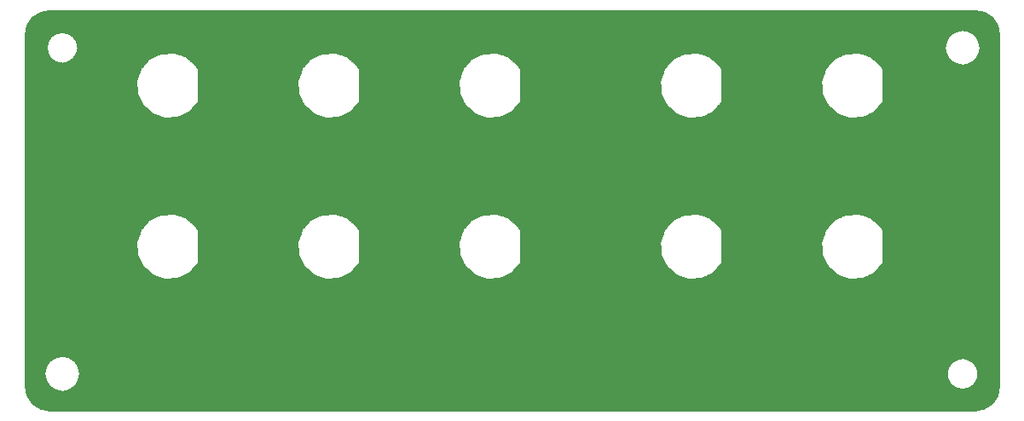
<source format=gtl>
G04 #@! TF.FileFunction,Copper,L1,Top,Signal*
%FSLAX46Y46*%
G04 Gerber Fmt 4.6, Leading zero omitted, Abs format (unit mm)*
G04 Created by KiCad (PCBNEW no-bzr-kicad_new3d-viewer) date 07/10/16 17:34:00*
%MOMM*%
%LPD*%
G01*
G04 APERTURE LIST*
%ADD10C,0.150000*%
%ADD11C,0.800000*%
%ADD12C,0.100000*%
G04 APERTURE END LIST*
D10*
D11*
X115900000Y-57050000D03*
X117800000Y-57559103D03*
X119190897Y-58950000D03*
X119700000Y-60850000D03*
X119190897Y-62750000D03*
X117800000Y-64140897D03*
X115900000Y-64650000D03*
X114000000Y-64140897D03*
X112609103Y-62750000D03*
X112100000Y-60850000D03*
X112609103Y-58950000D03*
X114000000Y-57559103D03*
X99900000Y-57050000D03*
X101800000Y-57559103D03*
X103190897Y-58950000D03*
X103700000Y-60850000D03*
X103190897Y-62750000D03*
X101800000Y-64140897D03*
X99900000Y-64650000D03*
X98000000Y-64140897D03*
X96609103Y-62750000D03*
X96100000Y-60850000D03*
X96609103Y-58950000D03*
X98000000Y-57559103D03*
X115900000Y-41050000D03*
X117800000Y-41559103D03*
X119190897Y-42950000D03*
X119700000Y-44850000D03*
X119190897Y-46750000D03*
X117800000Y-48140897D03*
X115900000Y-48650000D03*
X114000000Y-48140897D03*
X112609103Y-46750000D03*
X112100000Y-44850000D03*
X112609103Y-42950000D03*
X114000000Y-41559103D03*
X99900000Y-41050000D03*
X101800000Y-41559103D03*
X103190897Y-42950000D03*
X103700000Y-44850000D03*
X103190897Y-46750000D03*
X101800000Y-48140897D03*
X99900000Y-48650000D03*
X98000000Y-48140897D03*
X96609103Y-46750000D03*
X96100000Y-44850000D03*
X96609103Y-42950000D03*
X98000000Y-41559103D03*
X79900000Y-57050000D03*
X81800000Y-57559103D03*
X83190897Y-58950000D03*
X83700000Y-60850000D03*
X83190897Y-62750000D03*
X81800000Y-64140897D03*
X79900000Y-64650000D03*
X78000000Y-64140897D03*
X76609103Y-62750000D03*
X76100000Y-60850000D03*
X76609103Y-58950000D03*
X78000000Y-57559103D03*
X63900000Y-57050000D03*
X65800000Y-57559103D03*
X67190897Y-58950000D03*
X67700000Y-60850000D03*
X67190897Y-62750000D03*
X65800000Y-64140897D03*
X63900000Y-64650000D03*
X62000000Y-64140897D03*
X60609103Y-62750000D03*
X60100000Y-60850000D03*
X60609103Y-58950000D03*
X62000000Y-57559103D03*
X47900000Y-57050000D03*
X49800000Y-57559103D03*
X51190897Y-58950000D03*
X51700000Y-60850000D03*
X51190897Y-62750000D03*
X49800000Y-64140897D03*
X47900000Y-64650000D03*
X46000000Y-64140897D03*
X44609103Y-62750000D03*
X44100000Y-60850000D03*
X44609103Y-58950000D03*
X46000000Y-57559103D03*
X79900000Y-41050000D03*
X81800000Y-41559103D03*
X83190897Y-42950000D03*
X83700000Y-44850000D03*
X83190897Y-46750000D03*
X81800000Y-48140897D03*
X79900000Y-48650000D03*
X78000000Y-48140897D03*
X76609103Y-46750000D03*
X76100000Y-44850000D03*
X76609103Y-42950000D03*
X78000000Y-41559103D03*
X63900000Y-41050000D03*
X65800000Y-41559103D03*
X67190897Y-42950000D03*
X67700000Y-44850000D03*
X67190897Y-46750000D03*
X65800000Y-48140897D03*
X63900000Y-48650000D03*
X62000000Y-48140897D03*
X60609103Y-46750000D03*
X60100000Y-44850000D03*
X60609103Y-42950000D03*
X62000000Y-41559103D03*
X47900000Y-41050000D03*
X49800000Y-41559103D03*
X51190897Y-42950000D03*
X51700000Y-44850000D03*
X51190897Y-46750000D03*
X49800000Y-48140897D03*
X47900000Y-48650000D03*
X46000000Y-48140897D03*
X44609103Y-46750000D03*
X44100000Y-44850000D03*
X44609103Y-42950000D03*
X46000000Y-41559103D03*
D12*
X35968344Y-37419890D02*
X127943724Y-37419890D01*
X35712954Y-37470690D02*
X128199113Y-37470690D01*
X35457565Y-37521490D02*
X128454502Y-37521490D01*
X35202176Y-37572290D02*
X128709891Y-37572290D01*
X35017938Y-37623090D02*
X128894129Y-37623090D01*
X34941910Y-37673890D02*
X128970157Y-37673890D01*
X34865883Y-37724690D02*
X129046184Y-37724690D01*
X34789855Y-37775490D02*
X129122212Y-37775490D01*
X34713828Y-37826290D02*
X129198240Y-37826290D01*
X34637800Y-37877090D02*
X129274267Y-37877090D01*
X34561772Y-37927890D02*
X129350295Y-37927890D01*
X34485745Y-37978690D02*
X129426323Y-37978690D01*
X34409717Y-38029490D02*
X129502350Y-38029490D01*
X34333690Y-38080290D02*
X129578378Y-38080290D01*
X34269133Y-38131090D02*
X129642933Y-38131090D01*
X34235190Y-38181890D02*
X129676877Y-38181890D01*
X34201246Y-38232690D02*
X129710820Y-38232690D01*
X34167303Y-38283490D02*
X129744764Y-38283490D01*
X34133359Y-38334290D02*
X129778707Y-38334290D01*
X34099416Y-38385090D02*
X129812651Y-38385090D01*
X34065473Y-38435890D02*
X129846594Y-38435890D01*
X34031529Y-38486690D02*
X129880538Y-38486690D01*
X33997586Y-38537490D02*
X129914481Y-38537490D01*
X33963642Y-38588290D02*
X129948425Y-38588290D01*
X33929699Y-38639090D02*
X129982368Y-38639090D01*
X33895755Y-38689890D02*
X130016312Y-38689890D01*
X33861812Y-38740690D02*
X130050255Y-38740690D01*
X33827868Y-38791490D02*
X130084199Y-38791490D01*
X33793925Y-38842290D02*
X130118142Y-38842290D01*
X33762861Y-38893090D02*
X130149206Y-38893090D01*
X33752756Y-38943890D02*
X130159311Y-38943890D01*
X33742652Y-38994690D02*
X130169415Y-38994690D01*
X33732547Y-39045490D02*
X130179520Y-39045490D01*
X33722442Y-39096290D02*
X130189625Y-39096290D01*
X33712337Y-39147090D02*
X130199730Y-39147090D01*
X33702233Y-39197890D02*
X130209834Y-39197890D01*
X33692128Y-39248690D02*
X130219939Y-39248690D01*
X33682023Y-39299490D02*
X130230044Y-39299490D01*
X33671918Y-39350290D02*
X130240149Y-39350290D01*
X33661814Y-39401090D02*
X126499182Y-39401090D01*
X126812887Y-39401090D02*
X130250253Y-39401090D01*
X33651709Y-39451890D02*
X126243793Y-39451890D01*
X127068276Y-39451890D02*
X130260358Y-39451890D01*
X33641604Y-39502690D02*
X125993673Y-39502690D01*
X127318396Y-39502690D02*
X130270463Y-39502690D01*
X33631499Y-39553490D02*
X125917645Y-39553490D01*
X127394424Y-39553490D02*
X130280568Y-39553490D01*
X33621395Y-39604290D02*
X37083095Y-39604290D01*
X37428974Y-39604290D02*
X125841617Y-39604290D01*
X127470452Y-39604290D02*
X130290672Y-39604290D01*
X33611290Y-39655090D02*
X36827706Y-39655090D01*
X37684363Y-39655090D02*
X125765590Y-39655090D01*
X127546479Y-39655090D02*
X130300777Y-39655090D01*
X33601185Y-39705890D02*
X36642636Y-39705890D01*
X37869433Y-39705890D02*
X125689562Y-39705890D01*
X127622507Y-39705890D02*
X130310882Y-39705890D01*
X33591081Y-39756690D02*
X36566608Y-39756690D01*
X37945461Y-39756690D02*
X125613535Y-39756690D01*
X127698534Y-39756690D02*
X130320986Y-39756690D01*
X33581034Y-39807490D02*
X36490580Y-39807490D01*
X38021488Y-39807490D02*
X125537507Y-39807490D01*
X127774562Y-39807490D02*
X130331034Y-39807490D01*
X33581034Y-39858290D02*
X36414552Y-39858290D01*
X38097516Y-39858290D02*
X125461480Y-39858290D01*
X127850589Y-39858290D02*
X130331034Y-39858290D01*
X33581034Y-39909090D02*
X36338524Y-39909090D01*
X38173544Y-39909090D02*
X125413585Y-39909090D01*
X127898484Y-39909090D02*
X130331034Y-39909090D01*
X33581034Y-39959890D02*
X36257450Y-39959890D01*
X38249572Y-39959890D02*
X125379641Y-39959890D01*
X127932428Y-39959890D02*
X130331034Y-39959890D01*
X33581034Y-40010690D02*
X36172321Y-40010690D01*
X38325599Y-40010690D02*
X125345698Y-40010690D01*
X127966371Y-40010690D02*
X130331034Y-40010690D01*
X33581034Y-40061490D02*
X36139614Y-40061490D01*
X38364399Y-40061490D02*
X125311754Y-40061490D01*
X128000315Y-40061490D02*
X130331034Y-40061490D01*
X33581034Y-40112290D02*
X36111393Y-40112290D01*
X38398342Y-40112290D02*
X125277811Y-40112290D01*
X128034258Y-40112290D02*
X130331034Y-40112290D01*
X33581034Y-40163090D02*
X36079784Y-40163090D01*
X38432286Y-40163090D02*
X125243867Y-40163090D01*
X128068202Y-40163090D02*
X130331034Y-40163090D01*
X33581034Y-40213890D02*
X36045840Y-40213890D01*
X38466229Y-40213890D02*
X125209924Y-40213890D01*
X128102145Y-40213890D02*
X130331034Y-40213890D01*
X33581034Y-40264690D02*
X36011897Y-40264690D01*
X38500172Y-40264690D02*
X125175980Y-40264690D01*
X128136089Y-40264690D02*
X130331034Y-40264690D01*
X33581034Y-40315490D02*
X35977953Y-40315490D01*
X38534116Y-40315490D02*
X125142037Y-40315490D01*
X128170032Y-40315490D02*
X130331034Y-40315490D01*
X33581034Y-40366290D02*
X35944010Y-40366290D01*
X38569355Y-40366290D02*
X125108093Y-40366290D01*
X128203976Y-40366290D02*
X130331034Y-40366290D01*
X33581034Y-40417090D02*
X35910066Y-40417090D01*
X38608867Y-40417090D02*
X125074150Y-40417090D01*
X128237919Y-40417090D02*
X130331034Y-40417090D01*
X33581034Y-40467890D02*
X35876123Y-40467890D01*
X38647155Y-40467890D02*
X125055753Y-40467890D01*
X128256316Y-40467890D02*
X130331034Y-40467890D01*
X33581034Y-40518690D02*
X35845648Y-40518690D01*
X38666421Y-40518690D02*
X125045648Y-40518690D01*
X128266421Y-40518690D02*
X130331034Y-40518690D01*
X33581034Y-40569490D02*
X35835543Y-40569490D01*
X38676526Y-40569490D02*
X125035543Y-40569490D01*
X128276526Y-40569490D02*
X130331034Y-40569490D01*
X33581034Y-40620290D02*
X35825439Y-40620290D01*
X38686630Y-40620290D02*
X125025438Y-40620290D01*
X128286631Y-40620290D02*
X130331034Y-40620290D01*
X33581034Y-40671090D02*
X35815334Y-40671090D01*
X38696735Y-40671090D02*
X125015334Y-40671090D01*
X128296735Y-40671090D02*
X130331034Y-40671090D01*
X33581034Y-40721890D02*
X35805229Y-40721890D01*
X38706840Y-40721890D02*
X125005229Y-40721890D01*
X128306840Y-40721890D02*
X130331034Y-40721890D01*
X33581034Y-40772690D02*
X35795124Y-40772690D01*
X38716945Y-40772690D02*
X124995124Y-40772690D01*
X128316945Y-40772690D02*
X130331034Y-40772690D01*
X33581034Y-40823490D02*
X35785019Y-40823490D01*
X38727050Y-40823490D02*
X124985019Y-40823490D01*
X128327050Y-40823490D02*
X130331034Y-40823490D01*
X33581034Y-40874290D02*
X35774915Y-40874290D01*
X38737154Y-40874290D02*
X124974915Y-40874290D01*
X128337154Y-40874290D02*
X130331034Y-40874290D01*
X33581034Y-40925090D02*
X35764810Y-40925090D01*
X38747259Y-40925090D02*
X124964810Y-40925090D01*
X128347259Y-40925090D02*
X130331034Y-40925090D01*
X33581034Y-40975890D02*
X35754705Y-40975890D01*
X38757364Y-40975890D02*
X124954705Y-40975890D01*
X128357364Y-40975890D02*
X130331034Y-40975890D01*
X33581034Y-41026690D02*
X35744600Y-41026690D01*
X38767469Y-41026690D02*
X124944600Y-41026690D01*
X128367469Y-41026690D02*
X130331034Y-41026690D01*
X33581034Y-41077490D02*
X35734496Y-41077490D01*
X38777573Y-41077490D02*
X124934496Y-41077490D01*
X128377573Y-41077490D02*
X130331034Y-41077490D01*
X33581034Y-41128290D02*
X35737677Y-41128290D01*
X38774390Y-41128290D02*
X124937677Y-41128290D01*
X128374390Y-41128290D02*
X130331034Y-41128290D01*
X33581034Y-41179090D02*
X35747782Y-41179090D01*
X38764285Y-41179090D02*
X124947782Y-41179090D01*
X128364285Y-41179090D02*
X130331034Y-41179090D01*
X33581034Y-41229890D02*
X35757887Y-41229890D01*
X38754180Y-41229890D02*
X124957887Y-41229890D01*
X128354180Y-41229890D02*
X130331034Y-41229890D01*
X33581034Y-41280690D02*
X35767992Y-41280690D01*
X38744075Y-41280690D02*
X124967991Y-41280690D01*
X128344076Y-41280690D02*
X130331034Y-41280690D01*
X33581034Y-41331490D02*
X35778096Y-41331490D01*
X38733971Y-41331490D02*
X124978096Y-41331490D01*
X128333971Y-41331490D02*
X130331034Y-41331490D01*
X33581034Y-41382290D02*
X35788201Y-41382290D01*
X38723866Y-41382290D02*
X124988201Y-41382290D01*
X128323866Y-41382290D02*
X130331034Y-41382290D01*
X33581034Y-41433090D02*
X35798306Y-41433090D01*
X38713761Y-41433090D02*
X124998306Y-41433090D01*
X128313761Y-41433090D02*
X130331034Y-41433090D01*
X33581034Y-41483890D02*
X35808411Y-41483890D01*
X38703656Y-41483890D02*
X125008411Y-41483890D01*
X128303656Y-41483890D02*
X130331034Y-41483890D01*
X33581034Y-41534690D02*
X35818515Y-41534690D01*
X38693552Y-41534690D02*
X125018515Y-41534690D01*
X128293552Y-41534690D02*
X130331034Y-41534690D01*
X33581034Y-41585490D02*
X35828620Y-41585490D01*
X38683447Y-41585490D02*
X125028620Y-41585490D01*
X128283447Y-41585490D02*
X130331034Y-41585490D01*
X33581034Y-41636290D02*
X35838725Y-41636290D01*
X38673342Y-41636290D02*
X47974011Y-41636290D01*
X48405200Y-41636290D02*
X63974011Y-41636290D01*
X64405200Y-41636290D02*
X79974011Y-41636290D01*
X80405200Y-41636290D02*
X99974011Y-41636290D01*
X100405200Y-41636290D02*
X115974011Y-41636290D01*
X116405200Y-41636290D02*
X125038725Y-41636290D01*
X128273342Y-41636290D02*
X130331034Y-41636290D01*
X33581034Y-41687090D02*
X35852869Y-41687090D01*
X38659198Y-41687090D02*
X47145026Y-41687090D01*
X48552790Y-41687090D02*
X63145026Y-41687090D01*
X64552790Y-41687090D02*
X79145026Y-41687090D01*
X80552790Y-41687090D02*
X99145026Y-41687090D01*
X100552790Y-41687090D02*
X115145026Y-41687090D01*
X116552790Y-41687090D02*
X125048830Y-41687090D01*
X128263237Y-41687090D02*
X130331034Y-41687090D01*
X33581034Y-41737890D02*
X35886812Y-41737890D01*
X38625254Y-41737890D02*
X46973655Y-41737890D01*
X48700381Y-41737890D02*
X62973655Y-41737890D01*
X64700381Y-41737890D02*
X78973655Y-41737890D01*
X80700381Y-41737890D02*
X98973655Y-41737890D01*
X100700381Y-41737890D02*
X114973655Y-41737890D01*
X116700381Y-41737890D02*
X125058934Y-41737890D01*
X128253133Y-41737890D02*
X130331034Y-41737890D01*
X33581034Y-41788690D02*
X35920756Y-41788690D01*
X38591311Y-41788690D02*
X46869531Y-41788690D01*
X48847971Y-41788690D02*
X62869531Y-41788690D01*
X64847971Y-41788690D02*
X78869531Y-41788690D01*
X80847971Y-41788690D02*
X98869531Y-41788690D01*
X100847971Y-41788690D02*
X114869531Y-41788690D01*
X116847971Y-41788690D02*
X125084840Y-41788690D01*
X128227227Y-41788690D02*
X130331034Y-41788690D01*
X33581034Y-41839490D02*
X35954699Y-41839490D01*
X38557368Y-41839490D02*
X46765406Y-41839490D01*
X48995561Y-41839490D02*
X62765406Y-41839490D01*
X64995561Y-41839490D02*
X78765406Y-41839490D01*
X80995561Y-41839490D02*
X98765406Y-41839490D01*
X100995561Y-41839490D02*
X114765406Y-41839490D01*
X116995561Y-41839490D02*
X125118783Y-41839490D01*
X128193284Y-41839490D02*
X130331034Y-41839490D01*
X33581034Y-41890290D02*
X35988642Y-41890290D01*
X38523424Y-41890290D02*
X46661282Y-41890290D01*
X49143151Y-41890290D02*
X62661282Y-41890290D01*
X65143151Y-41890290D02*
X78661282Y-41890290D01*
X81143151Y-41890290D02*
X98661282Y-41890290D01*
X101143151Y-41890290D02*
X114661282Y-41890290D01*
X117143151Y-41890290D02*
X125152727Y-41890290D01*
X128159340Y-41890290D02*
X130331034Y-41890290D01*
X33581034Y-41941090D02*
X36022586Y-41941090D01*
X38489481Y-41941090D02*
X46557158Y-41941090D01*
X49290742Y-41941090D02*
X62557158Y-41941090D01*
X65290742Y-41941090D02*
X78557158Y-41941090D01*
X81290742Y-41941090D02*
X98557158Y-41941090D01*
X101290742Y-41941090D02*
X114557158Y-41941090D01*
X117290742Y-41941090D02*
X125186670Y-41941090D01*
X128125397Y-41941090D02*
X130331034Y-41941090D01*
X33581034Y-41991890D02*
X36056529Y-41991890D01*
X38455537Y-41991890D02*
X46453033Y-41991890D01*
X49438332Y-41991890D02*
X62453033Y-41991890D01*
X65438332Y-41991890D02*
X78453033Y-41991890D01*
X81438332Y-41991890D02*
X98453033Y-41991890D01*
X101438332Y-41991890D02*
X114453033Y-41991890D01*
X117438332Y-41991890D02*
X125220614Y-41991890D01*
X128091453Y-41991890D02*
X130331034Y-41991890D01*
X33581034Y-42042690D02*
X36090472Y-42042690D01*
X38421594Y-42042690D02*
X46348909Y-42042690D01*
X49559510Y-42042690D02*
X62348909Y-42042690D01*
X65559510Y-42042690D02*
X78348909Y-42042690D01*
X81559510Y-42042690D02*
X98348909Y-42042690D01*
X101559510Y-42042690D02*
X114348909Y-42042690D01*
X117559510Y-42042690D02*
X125254557Y-42042690D01*
X128057510Y-42042690D02*
X130331034Y-42042690D01*
X33581034Y-42093490D02*
X36121042Y-42093490D01*
X38387651Y-42093490D02*
X46244785Y-42093490D01*
X49618329Y-42093490D02*
X62244785Y-42093490D01*
X65618329Y-42093490D02*
X78244785Y-42093490D01*
X81618329Y-42093490D02*
X98244785Y-42093490D01*
X101618329Y-42093490D02*
X114244785Y-42093490D01*
X117618329Y-42093490D02*
X125288501Y-42093490D01*
X128023566Y-42093490D02*
X130331034Y-42093490D01*
X33581034Y-42144290D02*
X36148751Y-42144290D01*
X38353707Y-42144290D02*
X46140660Y-42144290D01*
X49675762Y-42144290D02*
X62140660Y-42144290D01*
X65675762Y-42144290D02*
X78140660Y-42144290D01*
X81675762Y-42144290D02*
X98140660Y-42144290D01*
X101675762Y-42144290D02*
X114140660Y-42144290D01*
X117675762Y-42144290D02*
X125322444Y-42144290D01*
X127989623Y-42144290D02*
X130331034Y-42144290D01*
X33581034Y-42195090D02*
X36192013Y-42195090D01*
X38301653Y-42195090D02*
X46036536Y-42195090D01*
X49733194Y-42195090D02*
X62036536Y-42195090D01*
X65733194Y-42195090D02*
X78036536Y-42195090D01*
X81733194Y-42195090D02*
X98036536Y-42195090D01*
X101733194Y-42195090D02*
X114036536Y-42195090D01*
X117733194Y-42195090D02*
X125356388Y-42195090D01*
X127955679Y-42195090D02*
X130331034Y-42195090D01*
X33581034Y-42245890D02*
X36273293Y-42245890D01*
X38225625Y-42245890D02*
X45936997Y-42245890D01*
X49790627Y-42245890D02*
X61936997Y-42245890D01*
X65790627Y-42245890D02*
X77936997Y-42245890D01*
X81790627Y-42245890D02*
X97936997Y-42245890D01*
X101790627Y-42245890D02*
X113936997Y-42245890D01*
X117790627Y-42245890D02*
X125390331Y-42245890D01*
X127921736Y-42245890D02*
X130331034Y-42245890D01*
X33581034Y-42296690D02*
X36354573Y-42296690D01*
X38149597Y-42296690D02*
X45882045Y-42296690D01*
X49848059Y-42296690D02*
X61882045Y-42296690D01*
X65848059Y-42296690D02*
X77882045Y-42296690D01*
X81848059Y-42296690D02*
X97882045Y-42296690D01*
X101848059Y-42296690D02*
X113882045Y-42296690D01*
X117848059Y-42296690D02*
X125424275Y-42296690D01*
X127887792Y-42296690D02*
X130331034Y-42296690D01*
X33581034Y-42347490D02*
X36435853Y-42347490D01*
X38073569Y-42347490D02*
X45837112Y-42347490D01*
X49905492Y-42347490D02*
X61837112Y-42347490D01*
X65905492Y-42347490D02*
X77837112Y-42347490D01*
X81905492Y-42347490D02*
X97837112Y-42347490D01*
X101905492Y-42347490D02*
X113837112Y-42347490D01*
X117905492Y-42347490D02*
X125485425Y-42347490D01*
X127826642Y-42347490D02*
X130331034Y-42347490D01*
X33581034Y-42398290D02*
X36514525Y-42398290D01*
X37997542Y-42398290D02*
X45792179Y-42398290D01*
X49962924Y-42398290D02*
X61792179Y-42398290D01*
X65962924Y-42398290D02*
X77792179Y-42398290D01*
X81962924Y-42398290D02*
X97792179Y-42398290D01*
X101962924Y-42398290D02*
X113792179Y-42398290D01*
X117962924Y-42398290D02*
X125561452Y-42398290D01*
X127750615Y-42398290D02*
X130331034Y-42398290D01*
X33581034Y-42449090D02*
X36590553Y-42449090D01*
X37921514Y-42449090D02*
X45747245Y-42449090D01*
X50020356Y-42449090D02*
X61747245Y-42449090D01*
X66020356Y-42449090D02*
X77747245Y-42449090D01*
X82020356Y-42449090D02*
X97747245Y-42449090D01*
X102020356Y-42449090D02*
X113747245Y-42449090D01*
X118020356Y-42449090D02*
X125637480Y-42449090D01*
X127674587Y-42449090D02*
X130331034Y-42449090D01*
X33581034Y-42499890D02*
X36666581Y-42499890D01*
X37845486Y-42499890D02*
X45702312Y-42499890D01*
X50077789Y-42499890D02*
X61702312Y-42499890D01*
X66077789Y-42499890D02*
X77702312Y-42499890D01*
X82077789Y-42499890D02*
X97702312Y-42499890D01*
X102077789Y-42499890D02*
X113702312Y-42499890D01*
X118077789Y-42499890D02*
X125713507Y-42499890D01*
X127598560Y-42499890D02*
X130331034Y-42499890D01*
X33581034Y-42550690D02*
X36908143Y-42550690D01*
X37603924Y-42550690D02*
X45657378Y-42550690D01*
X50135221Y-42550690D02*
X61657378Y-42550690D01*
X66135221Y-42550690D02*
X77657378Y-42550690D01*
X82135221Y-42550690D02*
X97657378Y-42550690D01*
X102135221Y-42550690D02*
X113657378Y-42550690D01*
X118135221Y-42550690D02*
X125789535Y-42550690D01*
X127522532Y-42550690D02*
X130331034Y-42550690D01*
X33581034Y-42601490D02*
X37163531Y-42601490D01*
X37348536Y-42601490D02*
X45612445Y-42601490D01*
X50192654Y-42601490D02*
X61612445Y-42601490D01*
X66192654Y-42601490D02*
X77612445Y-42601490D01*
X82192654Y-42601490D02*
X97612445Y-42601490D01*
X102192654Y-42601490D02*
X113612445Y-42601490D01*
X118192654Y-42601490D02*
X125865562Y-42601490D01*
X127446505Y-42601490D02*
X130331034Y-42601490D01*
X33581034Y-42652290D02*
X45567511Y-42652290D01*
X50250086Y-42652290D02*
X61567511Y-42652290D01*
X66250086Y-42652290D02*
X77567511Y-42652290D01*
X82250086Y-42652290D02*
X97567511Y-42652290D01*
X102250086Y-42652290D02*
X113567511Y-42652290D01*
X118250086Y-42652290D02*
X125941590Y-42652290D01*
X127370477Y-42652290D02*
X130331034Y-42652290D01*
X33581034Y-42703090D02*
X45522578Y-42703090D01*
X50307519Y-42703090D02*
X61522578Y-42703090D01*
X66307519Y-42703090D02*
X77522578Y-42703090D01*
X82307519Y-42703090D02*
X97522578Y-42703090D01*
X102307519Y-42703090D02*
X113522578Y-42703090D01*
X118307519Y-42703090D02*
X126068841Y-42703090D01*
X127243226Y-42703090D02*
X130331034Y-42703090D01*
X33581034Y-42753890D02*
X45477644Y-42753890D01*
X50364951Y-42753890D02*
X61477644Y-42753890D01*
X66364951Y-42753890D02*
X77477644Y-42753890D01*
X82364951Y-42753890D02*
X97477644Y-42753890D01*
X102364951Y-42753890D02*
X113477644Y-42753890D01*
X118364951Y-42753890D02*
X126324230Y-42753890D01*
X126987837Y-42753890D02*
X130331034Y-42753890D01*
X33581034Y-42804690D02*
X45432711Y-42804690D01*
X50422384Y-42804690D02*
X61432711Y-42804690D01*
X66422384Y-42804690D02*
X77432711Y-42804690D01*
X82422384Y-42804690D02*
X97432711Y-42804690D01*
X102422384Y-42804690D02*
X113432711Y-42804690D01*
X118422384Y-42804690D02*
X126579618Y-42804690D01*
X126732449Y-42804690D02*
X130331034Y-42804690D01*
X33581034Y-42855490D02*
X45387778Y-42855490D01*
X50479816Y-42855490D02*
X61387778Y-42855490D01*
X66479816Y-42855490D02*
X77387778Y-42855490D01*
X82479816Y-42855490D02*
X97387778Y-42855490D01*
X102479816Y-42855490D02*
X113387778Y-42855490D01*
X118479816Y-42855490D02*
X130331034Y-42855490D01*
X33581034Y-42906290D02*
X45342844Y-42906290D01*
X50519264Y-42906290D02*
X61342844Y-42906290D01*
X66519264Y-42906290D02*
X77342844Y-42906290D01*
X82519264Y-42906290D02*
X97342844Y-42906290D01*
X102519264Y-42906290D02*
X113342844Y-42906290D01*
X118519264Y-42906290D02*
X130331034Y-42906290D01*
X33581034Y-42957090D02*
X45297911Y-42957090D01*
X50553469Y-42957090D02*
X61297911Y-42957090D01*
X66553469Y-42957090D02*
X77297911Y-42957090D01*
X82553469Y-42957090D02*
X97297911Y-42957090D01*
X102553469Y-42957090D02*
X113297911Y-42957090D01*
X118553469Y-42957090D02*
X130331034Y-42957090D01*
X33581034Y-43007890D02*
X45252977Y-43007890D01*
X50587674Y-43007890D02*
X61252977Y-43007890D01*
X66587674Y-43007890D02*
X77252977Y-43007890D01*
X82587674Y-43007890D02*
X97252977Y-43007890D01*
X102587674Y-43007890D02*
X113252977Y-43007890D01*
X118587674Y-43007890D02*
X130331034Y-43007890D01*
X33581034Y-43058690D02*
X45208044Y-43058690D01*
X50621880Y-43058690D02*
X61208044Y-43058690D01*
X66621880Y-43058690D02*
X77208044Y-43058690D01*
X82621880Y-43058690D02*
X97208044Y-43058690D01*
X102621880Y-43058690D02*
X113208044Y-43058690D01*
X118621880Y-43058690D02*
X130331034Y-43058690D01*
X33581034Y-43109490D02*
X45163110Y-43109490D01*
X50656085Y-43109490D02*
X61163110Y-43109490D01*
X66656085Y-43109490D02*
X77163110Y-43109490D01*
X82656085Y-43109490D02*
X97163110Y-43109490D01*
X102656085Y-43109490D02*
X113163110Y-43109490D01*
X118656085Y-43109490D02*
X130331034Y-43109490D01*
X33581034Y-43160290D02*
X45118177Y-43160290D01*
X50690291Y-43160290D02*
X61118177Y-43160290D01*
X66690291Y-43160290D02*
X77118177Y-43160290D01*
X82690291Y-43160290D02*
X97118177Y-43160290D01*
X102690291Y-43160290D02*
X113118177Y-43160290D01*
X118690291Y-43160290D02*
X130331034Y-43160290D01*
X33581034Y-43211090D02*
X45080681Y-43211090D01*
X50717212Y-43211090D02*
X61080681Y-43211090D01*
X66717212Y-43211090D02*
X77080681Y-43211090D01*
X82717212Y-43211090D02*
X97080681Y-43211090D01*
X102717212Y-43211090D02*
X113080681Y-43211090D01*
X118717212Y-43211090D02*
X130331034Y-43211090D01*
X33581034Y-43261890D02*
X45059024Y-43261890D01*
X50725038Y-43261890D02*
X61059024Y-43261890D01*
X66725038Y-43261890D02*
X77059024Y-43261890D01*
X82725038Y-43261890D02*
X97059024Y-43261890D01*
X102725038Y-43261890D02*
X113059024Y-43261890D01*
X118725038Y-43261890D02*
X130331034Y-43261890D01*
X33581034Y-43312690D02*
X45041539Y-43312690D01*
X50725198Y-43312690D02*
X61041539Y-43312690D01*
X66725198Y-43312690D02*
X77041539Y-43312690D01*
X82725198Y-43312690D02*
X97041539Y-43312690D01*
X102725198Y-43312690D02*
X113041539Y-43312690D01*
X118725198Y-43312690D02*
X130331034Y-43312690D01*
X33581034Y-43363490D02*
X45024054Y-43363490D01*
X50725358Y-43363490D02*
X61024054Y-43363490D01*
X66725358Y-43363490D02*
X77024054Y-43363490D01*
X82725358Y-43363490D02*
X97024054Y-43363490D01*
X102725358Y-43363490D02*
X113024054Y-43363490D01*
X118725358Y-43363490D02*
X130331034Y-43363490D01*
X33581034Y-43414290D02*
X45006569Y-43414290D01*
X50725517Y-43414290D02*
X61006569Y-43414290D01*
X66725517Y-43414290D02*
X77006569Y-43414290D01*
X82725517Y-43414290D02*
X97006569Y-43414290D01*
X102725517Y-43414290D02*
X113006569Y-43414290D01*
X118725517Y-43414290D02*
X130331034Y-43414290D01*
X33581034Y-43465090D02*
X44989083Y-43465090D01*
X50725677Y-43465090D02*
X60989084Y-43465090D01*
X66725677Y-43465090D02*
X76989084Y-43465090D01*
X82725677Y-43465090D02*
X96989084Y-43465090D01*
X102725677Y-43465090D02*
X112989084Y-43465090D01*
X118725677Y-43465090D02*
X130331034Y-43465090D01*
X33581034Y-43515890D02*
X44971598Y-43515890D01*
X50725837Y-43515890D02*
X60971598Y-43515890D01*
X66725837Y-43515890D02*
X76971598Y-43515890D01*
X82725837Y-43515890D02*
X96971598Y-43515890D01*
X102725837Y-43515890D02*
X112971598Y-43515890D01*
X118725837Y-43515890D02*
X130331034Y-43515890D01*
X33581034Y-43566690D02*
X44954113Y-43566690D01*
X50725997Y-43566690D02*
X60954113Y-43566690D01*
X66725997Y-43566690D02*
X76954113Y-43566690D01*
X82725997Y-43566690D02*
X96954113Y-43566690D01*
X102725997Y-43566690D02*
X112954113Y-43566690D01*
X118725997Y-43566690D02*
X130331034Y-43566690D01*
X33581034Y-43617490D02*
X44936628Y-43617490D01*
X50726156Y-43617490D02*
X60936628Y-43617490D01*
X66726156Y-43617490D02*
X76936628Y-43617490D01*
X82726156Y-43617490D02*
X96936628Y-43617490D01*
X102726156Y-43617490D02*
X112936628Y-43617490D01*
X118726156Y-43617490D02*
X130331034Y-43617490D01*
X33581034Y-43668290D02*
X44919143Y-43668290D01*
X50726316Y-43668290D02*
X60919143Y-43668290D01*
X66726316Y-43668290D02*
X76919143Y-43668290D01*
X82726316Y-43668290D02*
X96919143Y-43668290D01*
X102726316Y-43668290D02*
X112919143Y-43668290D01*
X118726316Y-43668290D02*
X130331034Y-43668290D01*
X33581034Y-43719090D02*
X44901658Y-43719090D01*
X50726476Y-43719090D02*
X60901658Y-43719090D01*
X66726476Y-43719090D02*
X76901658Y-43719090D01*
X82726476Y-43719090D02*
X96901658Y-43719090D01*
X102726476Y-43719090D02*
X112901658Y-43719090D01*
X118726476Y-43719090D02*
X130331034Y-43719090D01*
X33581034Y-43769890D02*
X44884172Y-43769890D01*
X50726636Y-43769890D02*
X60884173Y-43769890D01*
X66726636Y-43769890D02*
X76884173Y-43769890D01*
X82726636Y-43769890D02*
X96884173Y-43769890D01*
X102726636Y-43769890D02*
X112884173Y-43769890D01*
X118726636Y-43769890D02*
X130331034Y-43769890D01*
X33581034Y-43820690D02*
X44866687Y-43820690D01*
X50726795Y-43820690D02*
X60864901Y-43820690D01*
X66726795Y-43820690D02*
X76864901Y-43820690D01*
X82726795Y-43820690D02*
X96864901Y-43820690D01*
X102726795Y-43820690D02*
X112864901Y-43820690D01*
X118726795Y-43820690D02*
X130331034Y-43820690D01*
X33581034Y-43871490D02*
X44849202Y-43871490D01*
X50726955Y-43871490D02*
X60838164Y-43871490D01*
X66726955Y-43871490D02*
X76838164Y-43871490D01*
X82726955Y-43871490D02*
X96838164Y-43871490D01*
X102726955Y-43871490D02*
X112838164Y-43871490D01*
X118726955Y-43871490D02*
X130331034Y-43871490D01*
X33581034Y-43922290D02*
X44831717Y-43922290D01*
X50727115Y-43922290D02*
X60811582Y-43922290D01*
X66727115Y-43922290D02*
X76811582Y-43922290D01*
X82727115Y-43922290D02*
X96811582Y-43922290D01*
X102727115Y-43922290D02*
X112811582Y-43922290D01*
X118727115Y-43922290D02*
X130331034Y-43922290D01*
X33581034Y-43973090D02*
X44814232Y-43973090D01*
X50727275Y-43973090D02*
X60802965Y-43973090D01*
X66727275Y-43973090D02*
X76802965Y-43973090D01*
X82727275Y-43973090D02*
X96802965Y-43973090D01*
X102727275Y-43973090D02*
X112802965Y-43973090D01*
X118727275Y-43973090D02*
X130331034Y-43973090D01*
X33581034Y-44023890D02*
X44796747Y-44023890D01*
X50727434Y-44023890D02*
X60796747Y-44023890D01*
X66727434Y-44023890D02*
X76796747Y-44023890D01*
X82727434Y-44023890D02*
X96796747Y-44023890D01*
X102727434Y-44023890D02*
X112796747Y-44023890D01*
X118727434Y-44023890D02*
X130331034Y-44023890D01*
X33581034Y-44074690D02*
X44779261Y-44074690D01*
X50727594Y-44074690D02*
X60779262Y-44074690D01*
X66727594Y-44074690D02*
X76779262Y-44074690D01*
X82727594Y-44074690D02*
X96779262Y-44074690D01*
X102727594Y-44074690D02*
X112779262Y-44074690D01*
X118727594Y-44074690D02*
X130331034Y-44074690D01*
X33581034Y-44125490D02*
X44761776Y-44125490D01*
X50727754Y-44125490D02*
X60761776Y-44125490D01*
X66727754Y-44125490D02*
X76761776Y-44125490D01*
X82727754Y-44125490D02*
X96761776Y-44125490D01*
X102727754Y-44125490D02*
X112761776Y-44125490D01*
X118727754Y-44125490D02*
X130331034Y-44125490D01*
X33581034Y-44176290D02*
X44744291Y-44176290D01*
X50727914Y-44176290D02*
X60744291Y-44176290D01*
X66727914Y-44176290D02*
X76744291Y-44176290D01*
X82727914Y-44176290D02*
X96744291Y-44176290D01*
X102727914Y-44176290D02*
X112744291Y-44176290D01*
X118727913Y-44176290D02*
X130331034Y-44176290D01*
X33581034Y-44227090D02*
X44726806Y-44227090D01*
X50728073Y-44227090D02*
X60726806Y-44227090D01*
X66728073Y-44227090D02*
X76726806Y-44227090D01*
X82728073Y-44227090D02*
X96726806Y-44227090D01*
X102728073Y-44227090D02*
X112726806Y-44227090D01*
X118728073Y-44227090D02*
X130331034Y-44227090D01*
X33581034Y-44277890D02*
X44709321Y-44277890D01*
X50728233Y-44277890D02*
X60709321Y-44277890D01*
X66728233Y-44277890D02*
X76709321Y-44277890D01*
X82728233Y-44277890D02*
X96709321Y-44277890D01*
X102728233Y-44277890D02*
X112709321Y-44277890D01*
X118728233Y-44277890D02*
X130331034Y-44277890D01*
X33581034Y-44328690D02*
X44691836Y-44328690D01*
X50728393Y-44328690D02*
X60691836Y-44328690D01*
X66728393Y-44328690D02*
X76691836Y-44328690D01*
X82728393Y-44328690D02*
X96691836Y-44328690D01*
X102728393Y-44328690D02*
X112691836Y-44328690D01*
X118728393Y-44328690D02*
X130331034Y-44328690D01*
X33581034Y-44379490D02*
X44674351Y-44379490D01*
X50728553Y-44379490D02*
X60674351Y-44379490D01*
X66728553Y-44379490D02*
X76674351Y-44379490D01*
X82728553Y-44379490D02*
X96674351Y-44379490D01*
X102728553Y-44379490D02*
X112674351Y-44379490D01*
X118728552Y-44379490D02*
X130331034Y-44379490D01*
X33581034Y-44430290D02*
X44665993Y-44430290D01*
X50728712Y-44430290D02*
X60665993Y-44430290D01*
X66728712Y-44430290D02*
X76665993Y-44430290D01*
X82728712Y-44430290D02*
X96665993Y-44430290D01*
X102728712Y-44430290D02*
X112665993Y-44430290D01*
X118728712Y-44430290D02*
X130331034Y-44430290D01*
X33581034Y-44481090D02*
X44668218Y-44481090D01*
X50728872Y-44481090D02*
X60668218Y-44481090D01*
X66728872Y-44481090D02*
X76668218Y-44481090D01*
X82728872Y-44481090D02*
X96668218Y-44481090D01*
X102728872Y-44481090D02*
X112668218Y-44481090D01*
X118728872Y-44481090D02*
X130331034Y-44481090D01*
X33581034Y-44531890D02*
X44671331Y-44531890D01*
X50729032Y-44531890D02*
X60671331Y-44531890D01*
X66729032Y-44531890D02*
X76671331Y-44531890D01*
X82729032Y-44531890D02*
X96671331Y-44531890D01*
X102729032Y-44531890D02*
X112671331Y-44531890D01*
X118729032Y-44531890D02*
X130331034Y-44531890D01*
X33581034Y-44582690D02*
X44674444Y-44582690D01*
X50729192Y-44582690D02*
X60674444Y-44582690D01*
X66729192Y-44582690D02*
X76674444Y-44582690D01*
X82729192Y-44582690D02*
X96674444Y-44582690D01*
X102729192Y-44582690D02*
X112674444Y-44582690D01*
X118729191Y-44582690D02*
X130331034Y-44582690D01*
X33581034Y-44633490D02*
X44677557Y-44633490D01*
X50729351Y-44633490D02*
X60677557Y-44633490D01*
X66729351Y-44633490D02*
X76677557Y-44633490D01*
X82729351Y-44633490D02*
X96677557Y-44633490D01*
X102729351Y-44633490D02*
X112677557Y-44633490D01*
X118729351Y-44633490D02*
X130331034Y-44633490D01*
X33581034Y-44684290D02*
X44680670Y-44684290D01*
X50729511Y-44684290D02*
X60680670Y-44684290D01*
X66729511Y-44684290D02*
X76680670Y-44684290D01*
X82729511Y-44684290D02*
X96680670Y-44684290D01*
X102729511Y-44684290D02*
X112680670Y-44684290D01*
X118729511Y-44684290D02*
X130331034Y-44684290D01*
X33581034Y-44735090D02*
X44683783Y-44735090D01*
X50729671Y-44735090D02*
X60683783Y-44735090D01*
X66729671Y-44735090D02*
X76683783Y-44735090D01*
X82729671Y-44735090D02*
X96683783Y-44735090D01*
X102729671Y-44735090D02*
X112683783Y-44735090D01*
X118729671Y-44735090D02*
X130331034Y-44735090D01*
X33581034Y-44785890D02*
X44686896Y-44785890D01*
X50729831Y-44785890D02*
X60686896Y-44785890D01*
X66729831Y-44785890D02*
X76686896Y-44785890D01*
X82729831Y-44785890D02*
X96686896Y-44785890D01*
X102729831Y-44785890D02*
X112686896Y-44785890D01*
X118729830Y-44785890D02*
X130331034Y-44785890D01*
X33581034Y-44836690D02*
X44690009Y-44836690D01*
X50729990Y-44836690D02*
X60690009Y-44836690D01*
X66729990Y-44836690D02*
X76690009Y-44836690D01*
X82729990Y-44836690D02*
X96690009Y-44836690D01*
X102729990Y-44836690D02*
X112690009Y-44836690D01*
X118729990Y-44836690D02*
X130331034Y-44836690D01*
X33581034Y-44887490D02*
X44693122Y-44887490D01*
X50730150Y-44887490D02*
X60693122Y-44887490D01*
X66730150Y-44887490D02*
X76693122Y-44887490D01*
X82730150Y-44887490D02*
X96693122Y-44887490D01*
X102730150Y-44887490D02*
X112693122Y-44887490D01*
X118730150Y-44887490D02*
X130331034Y-44887490D01*
X33581034Y-44938290D02*
X44696235Y-44938290D01*
X50730310Y-44938290D02*
X60696235Y-44938290D01*
X66730310Y-44938290D02*
X76696235Y-44938290D01*
X82730310Y-44938290D02*
X96696235Y-44938290D01*
X102730310Y-44938290D02*
X112696235Y-44938290D01*
X118730310Y-44938290D02*
X130331034Y-44938290D01*
X33581034Y-44989090D02*
X44699348Y-44989090D01*
X50730469Y-44989090D02*
X60699348Y-44989090D01*
X66730469Y-44989090D02*
X76699348Y-44989090D01*
X82730469Y-44989090D02*
X96699348Y-44989090D01*
X102730469Y-44989090D02*
X112699348Y-44989090D01*
X118730469Y-44989090D02*
X130331034Y-44989090D01*
X33581034Y-45039890D02*
X44702461Y-45039890D01*
X50730629Y-45039890D02*
X60702461Y-45039890D01*
X66730629Y-45039890D02*
X76702461Y-45039890D01*
X82730629Y-45039890D02*
X96702461Y-45039890D01*
X102730629Y-45039890D02*
X112702461Y-45039890D01*
X118730629Y-45039890D02*
X130331034Y-45039890D01*
X33581034Y-45090690D02*
X44705574Y-45090690D01*
X50730789Y-45090690D02*
X60705574Y-45090690D01*
X66730789Y-45090690D02*
X76705574Y-45090690D01*
X82730789Y-45090690D02*
X96705574Y-45090690D01*
X102730789Y-45090690D02*
X112705574Y-45090690D01*
X118730789Y-45090690D02*
X130331034Y-45090690D01*
X33581034Y-45141490D02*
X44708687Y-45141490D01*
X50730949Y-45141490D02*
X60708687Y-45141490D01*
X66730949Y-45141490D02*
X76708687Y-45141490D01*
X82730949Y-45141490D02*
X96708687Y-45141490D01*
X102730949Y-45141490D02*
X112708687Y-45141490D01*
X118730949Y-45141490D02*
X130331034Y-45141490D01*
X33581034Y-45192290D02*
X44711800Y-45192290D01*
X50731108Y-45192290D02*
X60711800Y-45192290D01*
X66731108Y-45192290D02*
X76711800Y-45192290D01*
X82731108Y-45192290D02*
X96711800Y-45192290D01*
X102731108Y-45192290D02*
X112711800Y-45192290D01*
X118731108Y-45192290D02*
X130331034Y-45192290D01*
X33581034Y-45243090D02*
X44714913Y-45243090D01*
X50731268Y-45243090D02*
X60714913Y-45243090D01*
X66731268Y-45243090D02*
X76714913Y-45243090D01*
X82731268Y-45243090D02*
X96714913Y-45243090D01*
X102731268Y-45243090D02*
X112714913Y-45243090D01*
X118731268Y-45243090D02*
X130331034Y-45243090D01*
X33581034Y-45293890D02*
X44718026Y-45293890D01*
X50731428Y-45293890D02*
X60718026Y-45293890D01*
X66731428Y-45293890D02*
X76718026Y-45293890D01*
X82731428Y-45293890D02*
X96718026Y-45293890D01*
X102731428Y-45293890D02*
X112718026Y-45293890D01*
X118731428Y-45293890D02*
X130331034Y-45293890D01*
X33581034Y-45344690D02*
X44721139Y-45344690D01*
X50731588Y-45344690D02*
X60721139Y-45344690D01*
X66731588Y-45344690D02*
X76721139Y-45344690D01*
X82731588Y-45344690D02*
X96721139Y-45344690D01*
X102731588Y-45344690D02*
X112721139Y-45344690D01*
X118731588Y-45344690D02*
X130331034Y-45344690D01*
X33581034Y-45395490D02*
X44724252Y-45395490D01*
X50731747Y-45395490D02*
X60724252Y-45395490D01*
X66731747Y-45395490D02*
X76724252Y-45395490D01*
X82731747Y-45395490D02*
X96724252Y-45395490D01*
X102731747Y-45395490D02*
X112724252Y-45395490D01*
X118731747Y-45395490D02*
X130331034Y-45395490D01*
X33581034Y-45446290D02*
X44727365Y-45446290D01*
X50731907Y-45446290D02*
X60727365Y-45446290D01*
X66731907Y-45446290D02*
X76727365Y-45446290D01*
X82731907Y-45446290D02*
X96727365Y-45446290D01*
X102731907Y-45446290D02*
X112727365Y-45446290D01*
X118731907Y-45446290D02*
X130331034Y-45446290D01*
X33581034Y-45497090D02*
X44730478Y-45497090D01*
X50732067Y-45497090D02*
X60730478Y-45497090D01*
X66732067Y-45497090D02*
X76730478Y-45497090D01*
X82732067Y-45497090D02*
X96730478Y-45497090D01*
X102732067Y-45497090D02*
X112730478Y-45497090D01*
X118732067Y-45497090D02*
X130331034Y-45497090D01*
X33581034Y-45547890D02*
X44733591Y-45547890D01*
X50732227Y-45547890D02*
X60733591Y-45547890D01*
X66732227Y-45547890D02*
X76733591Y-45547890D01*
X82732227Y-45547890D02*
X96733591Y-45547890D01*
X102732227Y-45547890D02*
X112733591Y-45547890D01*
X118732227Y-45547890D02*
X130331034Y-45547890D01*
X33581034Y-45598690D02*
X44736704Y-45598690D01*
X50732386Y-45598690D02*
X60736704Y-45598690D01*
X66732386Y-45598690D02*
X76736704Y-45598690D01*
X82732386Y-45598690D02*
X96736704Y-45598690D01*
X102732386Y-45598690D02*
X112736704Y-45598690D01*
X118732386Y-45598690D02*
X130331034Y-45598690D01*
X33581034Y-45649490D02*
X44739817Y-45649490D01*
X50732546Y-45649490D02*
X60739817Y-45649490D01*
X66732546Y-45649490D02*
X76739817Y-45649490D01*
X82732546Y-45649490D02*
X96739817Y-45649490D01*
X102732546Y-45649490D02*
X112739817Y-45649490D01*
X118732546Y-45649490D02*
X130331034Y-45649490D01*
X33581034Y-45700290D02*
X44751667Y-45700290D01*
X50732706Y-45700290D02*
X60751667Y-45700290D01*
X66732706Y-45700290D02*
X76751667Y-45700290D01*
X82732706Y-45700290D02*
X96751667Y-45700290D01*
X102732706Y-45700290D02*
X112751667Y-45700290D01*
X118732706Y-45700290D02*
X130331034Y-45700290D01*
X33581034Y-45751090D02*
X44775568Y-45751090D01*
X50732866Y-45751090D02*
X60775568Y-45751090D01*
X66732866Y-45751090D02*
X76775568Y-45751090D01*
X82732866Y-45751090D02*
X96775568Y-45751090D01*
X102732866Y-45751090D02*
X112775568Y-45751090D01*
X118732866Y-45751090D02*
X130331034Y-45751090D01*
X33581034Y-45801890D02*
X44800352Y-45801890D01*
X50733025Y-45801890D02*
X60800352Y-45801890D01*
X66733025Y-45801890D02*
X76800352Y-45801890D01*
X82733025Y-45801890D02*
X96800352Y-45801890D01*
X102733025Y-45801890D02*
X112800352Y-45801890D01*
X118733025Y-45801890D02*
X130331034Y-45801890D01*
X33581034Y-45852690D02*
X44825136Y-45852690D01*
X50733185Y-45852690D02*
X60825136Y-45852690D01*
X66733185Y-45852690D02*
X76825136Y-45852690D01*
X82733185Y-45852690D02*
X96825136Y-45852690D01*
X102733185Y-45852690D02*
X112825136Y-45852690D01*
X118733185Y-45852690D02*
X130331034Y-45852690D01*
X33581034Y-45903490D02*
X44849921Y-45903490D01*
X50733345Y-45903490D02*
X60849921Y-45903490D01*
X66733345Y-45903490D02*
X76849921Y-45903490D01*
X82733345Y-45903490D02*
X96849921Y-45903490D01*
X102733345Y-45903490D02*
X112849921Y-45903490D01*
X118733345Y-45903490D02*
X130331034Y-45903490D01*
X33581034Y-45954290D02*
X44874705Y-45954290D01*
X50733505Y-45954290D02*
X60874705Y-45954290D01*
X66733505Y-45954290D02*
X76874705Y-45954290D01*
X82733505Y-45954290D02*
X96874705Y-45954290D01*
X102733505Y-45954290D02*
X112874705Y-45954290D01*
X118733504Y-45954290D02*
X130331034Y-45954290D01*
X33581034Y-46005090D02*
X44899489Y-46005090D01*
X50733664Y-46005090D02*
X60899489Y-46005090D01*
X66733664Y-46005090D02*
X76899489Y-46005090D01*
X82733664Y-46005090D02*
X96899489Y-46005090D01*
X102733664Y-46005090D02*
X112899489Y-46005090D01*
X118733664Y-46005090D02*
X130331034Y-46005090D01*
X33581034Y-46055890D02*
X44924273Y-46055890D01*
X50733824Y-46055890D02*
X60924273Y-46055890D01*
X66733824Y-46055890D02*
X76924273Y-46055890D01*
X82733824Y-46055890D02*
X96924273Y-46055890D01*
X102733824Y-46055890D02*
X112924273Y-46055890D01*
X118733824Y-46055890D02*
X130331034Y-46055890D01*
X33581034Y-46106690D02*
X44949057Y-46106690D01*
X50733984Y-46106690D02*
X60949057Y-46106690D01*
X66733984Y-46106690D02*
X76949057Y-46106690D01*
X82733984Y-46106690D02*
X96949057Y-46106690D01*
X102733984Y-46106690D02*
X112949057Y-46106690D01*
X118733984Y-46106690D02*
X130331034Y-46106690D01*
X33581034Y-46157490D02*
X44973842Y-46157490D01*
X50734143Y-46157490D02*
X60973842Y-46157490D01*
X66734143Y-46157490D02*
X76973842Y-46157490D01*
X82734143Y-46157490D02*
X96973842Y-46157490D01*
X102734143Y-46157490D02*
X112973842Y-46157490D01*
X118734143Y-46157490D02*
X130331034Y-46157490D01*
X33581034Y-46208290D02*
X44998626Y-46208290D01*
X50734303Y-46208290D02*
X60998626Y-46208290D01*
X66734303Y-46208290D02*
X76998626Y-46208290D01*
X82734303Y-46208290D02*
X96998626Y-46208290D01*
X102734303Y-46208290D02*
X112998626Y-46208290D01*
X118734303Y-46208290D02*
X130331034Y-46208290D01*
X33581034Y-46259090D02*
X45023410Y-46259090D01*
X50734463Y-46259090D02*
X61023410Y-46259090D01*
X66734463Y-46259090D02*
X77023410Y-46259090D01*
X82734463Y-46259090D02*
X97023410Y-46259090D01*
X102734463Y-46259090D02*
X113023410Y-46259090D01*
X118734463Y-46259090D02*
X130331034Y-46259090D01*
X33581034Y-46309890D02*
X45048194Y-46309890D01*
X50734623Y-46309890D02*
X61048194Y-46309890D01*
X66734623Y-46309890D02*
X77048194Y-46309890D01*
X82734623Y-46309890D02*
X97048194Y-46309890D01*
X102734623Y-46309890D02*
X113048194Y-46309890D01*
X118734623Y-46309890D02*
X130331034Y-46309890D01*
X33581034Y-46360690D02*
X45072978Y-46360690D01*
X50734782Y-46360690D02*
X61072978Y-46360690D01*
X66734782Y-46360690D02*
X77072978Y-46360690D01*
X82734782Y-46360690D02*
X97072978Y-46360690D01*
X102734782Y-46360690D02*
X113072978Y-46360690D01*
X118734782Y-46360690D02*
X130331034Y-46360690D01*
X33581034Y-46411490D02*
X45097763Y-46411490D01*
X50734942Y-46411490D02*
X61097763Y-46411490D01*
X66734942Y-46411490D02*
X77097763Y-46411490D01*
X82734942Y-46411490D02*
X97097763Y-46411490D01*
X102734942Y-46411490D02*
X113097763Y-46411490D01*
X118734942Y-46411490D02*
X130331034Y-46411490D01*
X33581034Y-46462290D02*
X45122547Y-46462290D01*
X50730746Y-46462290D02*
X61122547Y-46462290D01*
X66730746Y-46462290D02*
X77122547Y-46462290D01*
X82730746Y-46462290D02*
X97122547Y-46462290D01*
X102730746Y-46462290D02*
X113122547Y-46462290D01*
X118730746Y-46462290D02*
X130331034Y-46462290D01*
X33581034Y-46513090D02*
X45147331Y-46513090D01*
X50705222Y-46513090D02*
X61147331Y-46513090D01*
X66705222Y-46513090D02*
X77147331Y-46513090D01*
X82705222Y-46513090D02*
X97147331Y-46513090D01*
X102705222Y-46513090D02*
X113147331Y-46513090D01*
X118705222Y-46513090D02*
X130331034Y-46513090D01*
X33581034Y-46563890D02*
X45172115Y-46563890D01*
X50660436Y-46563890D02*
X61172115Y-46563890D01*
X66660436Y-46563890D02*
X77172115Y-46563890D01*
X82660436Y-46563890D02*
X97172115Y-46563890D01*
X102660436Y-46563890D02*
X113172115Y-46563890D01*
X118660436Y-46563890D02*
X130331034Y-46563890D01*
X33581034Y-46614690D02*
X45196899Y-46614690D01*
X50615502Y-46614690D02*
X61196899Y-46614690D01*
X66615502Y-46614690D02*
X77196899Y-46614690D01*
X82615502Y-46614690D02*
X97196899Y-46614690D01*
X102615502Y-46614690D02*
X113196899Y-46614690D01*
X118615502Y-46614690D02*
X130331034Y-46614690D01*
X33581034Y-46665490D02*
X45221684Y-46665490D01*
X50570569Y-46665490D02*
X61221684Y-46665490D01*
X66570569Y-46665490D02*
X77221684Y-46665490D01*
X82570569Y-46665490D02*
X97221684Y-46665490D01*
X102570569Y-46665490D02*
X113221684Y-46665490D01*
X118570569Y-46665490D02*
X130331034Y-46665490D01*
X33581034Y-46716290D02*
X45246468Y-46716290D01*
X50525635Y-46716290D02*
X61246468Y-46716290D01*
X66525635Y-46716290D02*
X77246468Y-46716290D01*
X82525635Y-46716290D02*
X97246468Y-46716290D01*
X102525635Y-46716290D02*
X113246468Y-46716290D01*
X118525635Y-46716290D02*
X130331034Y-46716290D01*
X33581034Y-46767090D02*
X45271252Y-46767090D01*
X50480702Y-46767090D02*
X61271252Y-46767090D01*
X66480702Y-46767090D02*
X77271252Y-46767090D01*
X82480702Y-46767090D02*
X97271252Y-46767090D01*
X102480702Y-46767090D02*
X113271252Y-46767090D01*
X118480702Y-46767090D02*
X130331034Y-46767090D01*
X33581034Y-46817890D02*
X45299606Y-46817890D01*
X50435769Y-46817890D02*
X61299606Y-46817890D01*
X66435769Y-46817890D02*
X77299606Y-46817890D01*
X82435769Y-46817890D02*
X97299606Y-46817890D01*
X102435769Y-46817890D02*
X113299606Y-46817890D01*
X118435769Y-46817890D02*
X130331034Y-46817890D01*
X33581034Y-46868690D02*
X45347520Y-46868690D01*
X50390835Y-46868690D02*
X61347520Y-46868690D01*
X66390835Y-46868690D02*
X77347520Y-46868690D01*
X82390835Y-46868690D02*
X97347520Y-46868690D01*
X102390835Y-46868690D02*
X113347520Y-46868690D01*
X118390835Y-46868690D02*
X130331034Y-46868690D01*
X33581034Y-46919490D02*
X45404952Y-46919490D01*
X50345902Y-46919490D02*
X61404952Y-46919490D01*
X66345902Y-46919490D02*
X77404952Y-46919490D01*
X82345902Y-46919490D02*
X97404952Y-46919490D01*
X102345902Y-46919490D02*
X113404952Y-46919490D01*
X118345902Y-46919490D02*
X130331034Y-46919490D01*
X33581034Y-46970290D02*
X45462385Y-46970290D01*
X50300968Y-46970290D02*
X61462385Y-46970290D01*
X66300968Y-46970290D02*
X77462385Y-46970290D01*
X82300968Y-46970290D02*
X97462385Y-46970290D01*
X102300968Y-46970290D02*
X113462385Y-46970290D01*
X118300968Y-46970290D02*
X130331034Y-46970290D01*
X33581034Y-47021090D02*
X45519817Y-47021090D01*
X50256035Y-47021090D02*
X61519817Y-47021090D01*
X66256035Y-47021090D02*
X77519817Y-47021090D01*
X82256035Y-47021090D02*
X97519817Y-47021090D01*
X102256035Y-47021090D02*
X113519817Y-47021090D01*
X118256035Y-47021090D02*
X130331034Y-47021090D01*
X33581034Y-47071890D02*
X45577250Y-47071890D01*
X50211101Y-47071890D02*
X61577250Y-47071890D01*
X66211101Y-47071890D02*
X77577250Y-47071890D01*
X82211101Y-47071890D02*
X97577250Y-47071890D01*
X102211101Y-47071890D02*
X113577250Y-47071890D01*
X118211101Y-47071890D02*
X130331034Y-47071890D01*
X33581034Y-47122690D02*
X45634682Y-47122690D01*
X50166168Y-47122690D02*
X61634682Y-47122690D01*
X66166168Y-47122690D02*
X77634682Y-47122690D01*
X82166168Y-47122690D02*
X97634682Y-47122690D01*
X102166168Y-47122690D02*
X113634682Y-47122690D01*
X118166168Y-47122690D02*
X130331034Y-47122690D01*
X33581034Y-47173490D02*
X45692115Y-47173490D01*
X50121235Y-47173490D02*
X61692115Y-47173490D01*
X66121235Y-47173490D02*
X77692115Y-47173490D01*
X82121235Y-47173490D02*
X97692115Y-47173490D01*
X102121235Y-47173490D02*
X113692115Y-47173490D01*
X118121235Y-47173490D02*
X130331034Y-47173490D01*
X33581034Y-47224290D02*
X45749547Y-47224290D01*
X50076301Y-47224290D02*
X61749547Y-47224290D01*
X66076301Y-47224290D02*
X77749547Y-47224290D01*
X82076301Y-47224290D02*
X97749547Y-47224290D01*
X102076301Y-47224290D02*
X113749547Y-47224290D01*
X118076301Y-47224290D02*
X130331034Y-47224290D01*
X33581034Y-47275090D02*
X45806980Y-47275090D01*
X50031368Y-47275090D02*
X61806980Y-47275090D01*
X66031368Y-47275090D02*
X77806980Y-47275090D01*
X82031368Y-47275090D02*
X97806980Y-47275090D01*
X102031368Y-47275090D02*
X113806980Y-47275090D01*
X118031368Y-47275090D02*
X130331034Y-47275090D01*
X33581034Y-47325890D02*
X45864413Y-47325890D01*
X49986434Y-47325890D02*
X61864413Y-47325890D01*
X65986434Y-47325890D02*
X77864413Y-47325890D01*
X81986434Y-47325890D02*
X97864413Y-47325890D01*
X101986434Y-47325890D02*
X113864413Y-47325890D01*
X117986434Y-47325890D02*
X130331034Y-47325890D01*
X33581034Y-47376690D02*
X45921845Y-47376690D01*
X49941501Y-47376690D02*
X61921845Y-47376690D01*
X65941501Y-47376690D02*
X77921845Y-47376690D01*
X81941501Y-47376690D02*
X97921845Y-47376690D01*
X101941501Y-47376690D02*
X113921845Y-47376690D01*
X117941501Y-47376690D02*
X130331034Y-47376690D01*
X33581034Y-47427490D02*
X45979278Y-47427490D01*
X49896568Y-47427490D02*
X61979278Y-47427490D01*
X65896568Y-47427490D02*
X77979278Y-47427490D01*
X81896568Y-47427490D02*
X97979278Y-47427490D01*
X101896568Y-47427490D02*
X113979278Y-47427490D01*
X117896568Y-47427490D02*
X130331034Y-47427490D01*
X33581034Y-47478290D02*
X46036710Y-47478290D01*
X49818027Y-47478290D02*
X62036710Y-47478290D01*
X65818027Y-47478290D02*
X78036710Y-47478290D01*
X81818027Y-47478290D02*
X98036710Y-47478290D01*
X101818027Y-47478290D02*
X114036710Y-47478290D01*
X117818027Y-47478290D02*
X130331034Y-47478290D01*
X33581034Y-47529090D02*
X46094143Y-47529090D01*
X49713903Y-47529090D02*
X62094143Y-47529090D01*
X65713903Y-47529090D02*
X78094143Y-47529090D01*
X81713903Y-47529090D02*
X98094143Y-47529090D01*
X101713903Y-47529090D02*
X114094143Y-47529090D01*
X117713903Y-47529090D02*
X130331034Y-47529090D01*
X33581034Y-47579890D02*
X46151575Y-47579890D01*
X49609778Y-47579890D02*
X62151575Y-47579890D01*
X65609778Y-47579890D02*
X78151575Y-47579890D01*
X81609778Y-47579890D02*
X98151575Y-47579890D01*
X101609778Y-47579890D02*
X114151575Y-47579890D01*
X117609778Y-47579890D02*
X130331034Y-47579890D01*
X33581034Y-47630690D02*
X46209008Y-47630690D01*
X49505654Y-47630690D02*
X62209008Y-47630690D01*
X65505654Y-47630690D02*
X78209008Y-47630690D01*
X81505654Y-47630690D02*
X98209008Y-47630690D01*
X101505654Y-47630690D02*
X114209008Y-47630690D01*
X117505654Y-47630690D02*
X130331034Y-47630690D01*
X33581034Y-47681490D02*
X46284328Y-47681490D01*
X49401530Y-47681490D02*
X62284328Y-47681490D01*
X65401530Y-47681490D02*
X78284328Y-47681490D01*
X81401530Y-47681490D02*
X98284328Y-47681490D01*
X101401530Y-47681490D02*
X114284328Y-47681490D01*
X117401530Y-47681490D02*
X130331034Y-47681490D01*
X33581034Y-47732290D02*
X46431919Y-47732290D01*
X49297405Y-47732290D02*
X62431919Y-47732290D01*
X65297405Y-47732290D02*
X78431919Y-47732290D01*
X81297405Y-47732290D02*
X98431919Y-47732290D01*
X101297405Y-47732290D02*
X114431919Y-47732290D01*
X117297405Y-47732290D02*
X130331034Y-47732290D01*
X33581034Y-47783090D02*
X46579510Y-47783090D01*
X49193281Y-47783090D02*
X62579510Y-47783090D01*
X65193281Y-47783090D02*
X78579510Y-47783090D01*
X81193281Y-47783090D02*
X98579510Y-47783090D01*
X101193281Y-47783090D02*
X114579510Y-47783090D01*
X117193281Y-47783090D02*
X130331034Y-47783090D01*
X33581034Y-47833890D02*
X46727100Y-47833890D01*
X49089156Y-47833890D02*
X62674267Y-47833890D01*
X65089156Y-47833890D02*
X78674267Y-47833890D01*
X81089156Y-47833890D02*
X98674267Y-47833890D01*
X101089156Y-47833890D02*
X114674267Y-47833890D01*
X117089156Y-47833890D02*
X130331034Y-47833890D01*
X33581034Y-47884690D02*
X46874691Y-47884690D01*
X48985032Y-47884690D02*
X62874691Y-47884690D01*
X64985032Y-47884690D02*
X78874691Y-47884690D01*
X80985032Y-47884690D02*
X98874691Y-47884690D01*
X100985032Y-47884690D02*
X114874691Y-47884690D01*
X116985032Y-47884690D02*
X130331034Y-47884690D01*
X33581034Y-47935490D02*
X47022282Y-47935490D01*
X48880908Y-47935490D02*
X63022282Y-47935490D01*
X64880908Y-47935490D02*
X79022282Y-47935490D01*
X80880908Y-47935490D02*
X99022282Y-47935490D01*
X100880908Y-47935490D02*
X115022282Y-47935490D01*
X116880908Y-47935490D02*
X130331034Y-47935490D01*
X33581034Y-47986290D02*
X47169872Y-47986290D01*
X48776783Y-47986290D02*
X63169872Y-47986290D01*
X64776783Y-47986290D02*
X79169872Y-47986290D01*
X80776783Y-47986290D02*
X99169872Y-47986290D01*
X100776783Y-47986290D02*
X115169872Y-47986290D01*
X116776783Y-47986290D02*
X130331034Y-47986290D01*
X33581034Y-48037090D02*
X47317463Y-48037090D01*
X48260390Y-48037090D02*
X63317463Y-48037090D01*
X64260390Y-48037090D02*
X79317463Y-48037090D01*
X80260390Y-48037090D02*
X99317463Y-48037090D01*
X100260390Y-48037090D02*
X115317463Y-48037090D01*
X116260390Y-48037090D02*
X130331034Y-48037090D01*
X33581034Y-48087890D02*
X130331034Y-48087890D01*
X33581034Y-48138690D02*
X130331034Y-48138690D01*
X33581034Y-48189490D02*
X130331034Y-48189490D01*
X33581034Y-48240290D02*
X130331034Y-48240290D01*
X33581034Y-48291090D02*
X130331034Y-48291090D01*
X33581034Y-48341890D02*
X130331034Y-48341890D01*
X33581034Y-48392690D02*
X130331034Y-48392690D01*
X33581034Y-48443490D02*
X130331034Y-48443490D01*
X33581034Y-48494290D02*
X130331034Y-48494290D01*
X33581034Y-48545090D02*
X130331034Y-48545090D01*
X33581034Y-48595890D02*
X130331034Y-48595890D01*
X33581034Y-48646690D02*
X130331034Y-48646690D01*
X33581034Y-48697490D02*
X130331034Y-48697490D01*
X33581034Y-48748290D02*
X130331034Y-48748290D01*
X33581034Y-48799090D02*
X130331034Y-48799090D01*
X33581034Y-48849890D02*
X130331034Y-48849890D01*
X33581034Y-48900690D02*
X130331034Y-48900690D01*
X33581034Y-48951490D02*
X130331034Y-48951490D01*
X33581034Y-49002290D02*
X130331034Y-49002290D01*
X33581034Y-49053090D02*
X130331034Y-49053090D01*
X33581034Y-49103890D02*
X130331034Y-49103890D01*
X33581034Y-49154690D02*
X130331034Y-49154690D01*
X33581034Y-49205490D02*
X130331034Y-49205490D01*
X33581034Y-49256290D02*
X130331034Y-49256290D01*
X33581034Y-49307090D02*
X130331034Y-49307090D01*
X33581034Y-49357890D02*
X130331034Y-49357890D01*
X33581034Y-49408690D02*
X130331034Y-49408690D01*
X33581034Y-49459490D02*
X130331034Y-49459490D01*
X33581034Y-49510290D02*
X130331034Y-49510290D01*
X33581034Y-49561090D02*
X130331034Y-49561090D01*
X33581034Y-49611890D02*
X130331034Y-49611890D01*
X33581034Y-49662690D02*
X130331034Y-49662690D01*
X33581034Y-49713490D02*
X130331034Y-49713490D01*
X33581034Y-49764290D02*
X130331034Y-49764290D01*
X33581034Y-49815090D02*
X130331034Y-49815090D01*
X33581034Y-49865890D02*
X130331034Y-49865890D01*
X33581034Y-49916690D02*
X130331034Y-49916690D01*
X33581034Y-49967490D02*
X130331034Y-49967490D01*
X33581034Y-50018290D02*
X130331034Y-50018290D01*
X33581034Y-50069090D02*
X130331034Y-50069090D01*
X33581034Y-50119890D02*
X130331034Y-50119890D01*
X33581034Y-50170690D02*
X130331034Y-50170690D01*
X33581034Y-50221490D02*
X130331034Y-50221490D01*
X33581034Y-50272290D02*
X130331034Y-50272290D01*
X33581034Y-50323090D02*
X130331034Y-50323090D01*
X33581034Y-50373890D02*
X130331034Y-50373890D01*
X33581034Y-50424690D02*
X130331034Y-50424690D01*
X33581034Y-50475490D02*
X130331034Y-50475490D01*
X33581034Y-50526290D02*
X130331034Y-50526290D01*
X33581034Y-50577090D02*
X130331034Y-50577090D01*
X33581034Y-50627890D02*
X130331034Y-50627890D01*
X33581034Y-50678690D02*
X130331034Y-50678690D01*
X33581034Y-50729490D02*
X130331034Y-50729490D01*
X33581034Y-50780290D02*
X130331034Y-50780290D01*
X33581034Y-50831090D02*
X130331034Y-50831090D01*
X33581034Y-50881890D02*
X130331034Y-50881890D01*
X33581034Y-50932690D02*
X130331034Y-50932690D01*
X33581034Y-50983490D02*
X130331034Y-50983490D01*
X33581034Y-51034290D02*
X130331034Y-51034290D01*
X33581034Y-51085090D02*
X130331034Y-51085090D01*
X33581034Y-51135890D02*
X130331034Y-51135890D01*
X33581034Y-51186690D02*
X130331034Y-51186690D01*
X33581034Y-51237490D02*
X130331034Y-51237490D01*
X33581034Y-51288290D02*
X130331034Y-51288290D01*
X33581034Y-51339090D02*
X130331034Y-51339090D01*
X33581034Y-51389890D02*
X130331034Y-51389890D01*
X33581034Y-51440690D02*
X130331034Y-51440690D01*
X33581034Y-51491490D02*
X130331034Y-51491490D01*
X33581034Y-51542290D02*
X130331034Y-51542290D01*
X33581034Y-51593090D02*
X130331034Y-51593090D01*
X33581034Y-51643890D02*
X130331034Y-51643890D01*
X33581034Y-51694690D02*
X130331034Y-51694690D01*
X33581034Y-51745490D02*
X130331034Y-51745490D01*
X33581034Y-51796290D02*
X130331034Y-51796290D01*
X33581034Y-51847090D02*
X130331034Y-51847090D01*
X33581034Y-51897890D02*
X130331034Y-51897890D01*
X33581034Y-51948690D02*
X130331034Y-51948690D01*
X33581034Y-51999490D02*
X130331034Y-51999490D01*
X33581034Y-52050290D02*
X130331034Y-52050290D01*
X33581034Y-52101090D02*
X130331034Y-52101090D01*
X33581034Y-52151890D02*
X130331034Y-52151890D01*
X33581034Y-52202690D02*
X130331034Y-52202690D01*
X33581034Y-52253490D02*
X130331034Y-52253490D01*
X33581034Y-52304290D02*
X130331034Y-52304290D01*
X33581034Y-52355090D02*
X130331034Y-52355090D01*
X33581034Y-52405890D02*
X130331034Y-52405890D01*
X33581034Y-52456690D02*
X130331034Y-52456690D01*
X33581034Y-52507490D02*
X130331034Y-52507490D01*
X33581034Y-52558290D02*
X130331034Y-52558290D01*
X33581034Y-52609090D02*
X130331034Y-52609090D01*
X33581034Y-52659890D02*
X130331034Y-52659890D01*
X33581034Y-52710690D02*
X130331034Y-52710690D01*
X33581034Y-52761490D02*
X130331034Y-52761490D01*
X33581034Y-52812290D02*
X130331034Y-52812290D01*
X33581034Y-52863090D02*
X130331034Y-52863090D01*
X33581034Y-52913890D02*
X130331034Y-52913890D01*
X33581034Y-52964690D02*
X130331034Y-52964690D01*
X33581034Y-53015490D02*
X130331034Y-53015490D01*
X33581034Y-53066290D02*
X130331034Y-53066290D01*
X33581034Y-53117090D02*
X130331034Y-53117090D01*
X33581034Y-53167890D02*
X130331034Y-53167890D01*
X33581034Y-53218690D02*
X130331034Y-53218690D01*
X33581034Y-53269490D02*
X130331034Y-53269490D01*
X33581034Y-53320290D02*
X130331034Y-53320290D01*
X33581034Y-53371090D02*
X130331034Y-53371090D01*
X33581034Y-53421890D02*
X130331034Y-53421890D01*
X33581034Y-53472690D02*
X130331034Y-53472690D01*
X33581034Y-53523490D02*
X130331034Y-53523490D01*
X33581034Y-53574290D02*
X130331034Y-53574290D01*
X33581034Y-53625090D02*
X130331034Y-53625090D01*
X33581034Y-53675890D02*
X130331034Y-53675890D01*
X33581034Y-53726690D02*
X130331034Y-53726690D01*
X33581034Y-53777490D02*
X130331034Y-53777490D01*
X33581034Y-53828290D02*
X130331034Y-53828290D01*
X33581034Y-53879090D02*
X130331034Y-53879090D01*
X33581034Y-53929890D02*
X130331034Y-53929890D01*
X33581034Y-53980690D02*
X130331034Y-53980690D01*
X33581034Y-54031490D02*
X130331034Y-54031490D01*
X33581034Y-54082290D02*
X130331034Y-54082290D01*
X33581034Y-54133090D02*
X130331034Y-54133090D01*
X33581034Y-54183890D02*
X130331034Y-54183890D01*
X33581034Y-54234690D02*
X130331034Y-54234690D01*
X33581034Y-54285490D02*
X130331034Y-54285490D01*
X33581034Y-54336290D02*
X130331034Y-54336290D01*
X33581034Y-54387090D02*
X130331034Y-54387090D01*
X33581034Y-54437890D02*
X130331034Y-54437890D01*
X33581034Y-54488690D02*
X130331034Y-54488690D01*
X33581034Y-54539490D02*
X130331034Y-54539490D01*
X33581034Y-54590290D02*
X130331034Y-54590290D01*
X33581034Y-54641090D02*
X130331034Y-54641090D01*
X33581034Y-54691890D02*
X130331034Y-54691890D01*
X33581034Y-54742690D02*
X130331034Y-54742690D01*
X33581034Y-54793490D02*
X130331034Y-54793490D01*
X33581034Y-54844290D02*
X130331034Y-54844290D01*
X33581034Y-54895090D02*
X130331034Y-54895090D01*
X33581034Y-54945890D02*
X130331034Y-54945890D01*
X33581034Y-54996690D02*
X130331034Y-54996690D01*
X33581034Y-55047490D02*
X130331034Y-55047490D01*
X33581034Y-55098290D02*
X130331034Y-55098290D01*
X33581034Y-55149090D02*
X130331034Y-55149090D01*
X33581034Y-55199890D02*
X130331034Y-55199890D01*
X33581034Y-55250690D02*
X130331034Y-55250690D01*
X33581034Y-55301490D02*
X130331034Y-55301490D01*
X33581034Y-55352290D02*
X130331034Y-55352290D01*
X33581034Y-55403090D02*
X130331034Y-55403090D01*
X33581034Y-55453890D02*
X130331034Y-55453890D01*
X33581034Y-55504690D02*
X130331034Y-55504690D01*
X33581034Y-55555490D02*
X130331034Y-55555490D01*
X33581034Y-55606290D02*
X130331034Y-55606290D01*
X33581034Y-55657090D02*
X130331034Y-55657090D01*
X33581034Y-55707890D02*
X130331034Y-55707890D01*
X33581034Y-55758690D02*
X130331034Y-55758690D01*
X33581034Y-55809490D02*
X130331034Y-55809490D01*
X33581034Y-55860290D02*
X130331034Y-55860290D01*
X33581034Y-55911090D02*
X130331034Y-55911090D01*
X33581034Y-55961890D02*
X130331034Y-55961890D01*
X33581034Y-56012690D02*
X130331034Y-56012690D01*
X33581034Y-56063490D02*
X130331034Y-56063490D01*
X33581034Y-56114290D02*
X130331034Y-56114290D01*
X33581034Y-56165090D02*
X130331034Y-56165090D01*
X33581034Y-56215890D02*
X130331034Y-56215890D01*
X33581034Y-56266690D02*
X130331034Y-56266690D01*
X33581034Y-56317490D02*
X130331034Y-56317490D01*
X33581034Y-56368290D02*
X130331034Y-56368290D01*
X33581034Y-56419090D02*
X130331034Y-56419090D01*
X33581034Y-56469890D02*
X130331034Y-56469890D01*
X33581034Y-56520690D02*
X130331034Y-56520690D01*
X33581034Y-56571490D02*
X130331034Y-56571490D01*
X33581034Y-56622290D02*
X130331034Y-56622290D01*
X33581034Y-56673090D02*
X130331034Y-56673090D01*
X33581034Y-56723890D02*
X130331034Y-56723890D01*
X33581034Y-56774690D02*
X130331034Y-56774690D01*
X33581034Y-56825490D02*
X130331034Y-56825490D01*
X33581034Y-56876290D02*
X130331034Y-56876290D01*
X33581034Y-56927090D02*
X130331034Y-56927090D01*
X33581034Y-56977890D02*
X130331034Y-56977890D01*
X33581034Y-57028690D02*
X130331034Y-57028690D01*
X33581034Y-57079490D02*
X130331034Y-57079490D01*
X33581034Y-57130290D02*
X130331034Y-57130290D01*
X33581034Y-57181090D02*
X130331034Y-57181090D01*
X33581034Y-57231890D02*
X130331034Y-57231890D01*
X33581034Y-57282690D02*
X130331034Y-57282690D01*
X33581034Y-57333490D02*
X130331034Y-57333490D01*
X33581034Y-57384290D02*
X130331034Y-57384290D01*
X33581034Y-57435090D02*
X130331034Y-57435090D01*
X33581034Y-57485890D02*
X130331034Y-57485890D01*
X33581034Y-57536690D02*
X130331034Y-57536690D01*
X33581034Y-57587490D02*
X130331034Y-57587490D01*
X33581034Y-57638290D02*
X47941374Y-57638290D01*
X48411011Y-57638290D02*
X63941374Y-57638290D01*
X64411011Y-57638290D02*
X79941374Y-57638290D01*
X80411011Y-57638290D02*
X99941374Y-57638290D01*
X100411011Y-57638290D02*
X115941374Y-57638290D01*
X116411011Y-57638290D02*
X130331034Y-57638290D01*
X33581034Y-57689090D02*
X47112389Y-57689090D01*
X48558601Y-57689090D02*
X63112389Y-57689090D01*
X64558601Y-57689090D02*
X79112389Y-57689090D01*
X80558601Y-57689090D02*
X99112389Y-57689090D01*
X100558601Y-57689090D02*
X115112389Y-57689090D01*
X116558601Y-57689090D02*
X130331034Y-57689090D01*
X33581034Y-57739890D02*
X46969556Y-57739890D01*
X48706191Y-57739890D02*
X62969556Y-57739890D01*
X64706191Y-57739890D02*
X78969556Y-57739890D01*
X80706191Y-57739890D02*
X98969556Y-57739890D01*
X100706191Y-57739890D02*
X114969556Y-57739890D01*
X116706191Y-57739890D02*
X130331034Y-57739890D01*
X33581034Y-57790690D02*
X46865431Y-57790690D01*
X48853781Y-57790690D02*
X62865431Y-57790690D01*
X64853781Y-57790690D02*
X78865431Y-57790690D01*
X80853781Y-57790690D02*
X98865431Y-57790690D01*
X100853781Y-57790690D02*
X114865431Y-57790690D01*
X116853781Y-57790690D02*
X130331034Y-57790690D01*
X33581034Y-57841490D02*
X46761307Y-57841490D01*
X49001372Y-57841490D02*
X62761307Y-57841490D01*
X65001372Y-57841490D02*
X78761307Y-57841490D01*
X81001372Y-57841490D02*
X98761307Y-57841490D01*
X101001372Y-57841490D02*
X114761307Y-57841490D01*
X117001372Y-57841490D02*
X130331034Y-57841490D01*
X33581034Y-57892290D02*
X46657183Y-57892290D01*
X49148962Y-57892290D02*
X62657183Y-57892290D01*
X65148962Y-57892290D02*
X78657183Y-57892290D01*
X81148962Y-57892290D02*
X98657183Y-57892290D01*
X101148962Y-57892290D02*
X114657183Y-57892290D01*
X117148962Y-57892290D02*
X130331034Y-57892290D01*
X33581034Y-57943090D02*
X46553058Y-57943090D01*
X49296552Y-57943090D02*
X62553058Y-57943090D01*
X65296552Y-57943090D02*
X78553058Y-57943090D01*
X81296552Y-57943090D02*
X98553058Y-57943090D01*
X101296552Y-57943090D02*
X114553058Y-57943090D01*
X117296552Y-57943090D02*
X130331034Y-57943090D01*
X33581034Y-57993890D02*
X46448934Y-57993890D01*
X49444143Y-57993890D02*
X62448934Y-57993890D01*
X65444143Y-57993890D02*
X78448934Y-57993890D01*
X81444143Y-57993890D02*
X98448934Y-57993890D01*
X101444143Y-57993890D02*
X114448934Y-57993890D01*
X117444143Y-57993890D02*
X130331034Y-57993890D01*
X33581034Y-58044690D02*
X46344810Y-58044690D01*
X49562940Y-58044690D02*
X62344810Y-58044690D01*
X65562940Y-58044690D02*
X78344810Y-58044690D01*
X81562940Y-58044690D02*
X98344810Y-58044690D01*
X101562940Y-58044690D02*
X114344810Y-58044690D01*
X117562940Y-58044690D02*
X130331034Y-58044690D01*
X33581034Y-58095490D02*
X46240685Y-58095490D01*
X49620590Y-58095490D02*
X62240685Y-58095490D01*
X65620590Y-58095490D02*
X78240685Y-58095490D01*
X81620590Y-58095490D02*
X98240685Y-58095490D01*
X101620590Y-58095490D02*
X114240685Y-58095490D01*
X117620590Y-58095490D02*
X130331034Y-58095490D01*
X33581034Y-58146290D02*
X46136561Y-58146290D01*
X49678023Y-58146290D02*
X62136561Y-58146290D01*
X65678023Y-58146290D02*
X78136561Y-58146290D01*
X81678023Y-58146290D02*
X98136561Y-58146290D01*
X101678023Y-58146290D02*
X114136561Y-58146290D01*
X117678023Y-58146290D02*
X130331034Y-58146290D01*
X33581034Y-58197090D02*
X46032436Y-58197090D01*
X49735455Y-58197090D02*
X62032436Y-58197090D01*
X65735455Y-58197090D02*
X78032436Y-58197090D01*
X81735455Y-58197090D02*
X98032436Y-58197090D01*
X101735455Y-58197090D02*
X114032436Y-58197090D01*
X117735455Y-58197090D02*
X130331034Y-58197090D01*
X33581034Y-58247890D02*
X45934367Y-58247890D01*
X49792888Y-58247890D02*
X61934367Y-58247890D01*
X65792888Y-58247890D02*
X77934367Y-58247890D01*
X81792888Y-58247890D02*
X97934367Y-58247890D01*
X101792888Y-58247890D02*
X113934367Y-58247890D01*
X117792888Y-58247890D02*
X130331034Y-58247890D01*
X33581034Y-58298690D02*
X45880276Y-58298690D01*
X49850320Y-58298690D02*
X61880276Y-58298690D01*
X65850320Y-58298690D02*
X77880276Y-58298690D01*
X81850320Y-58298690D02*
X97880276Y-58298690D01*
X101850320Y-58298690D02*
X113880276Y-58298690D01*
X117850320Y-58298690D02*
X130331034Y-58298690D01*
X33581034Y-58349490D02*
X45835343Y-58349490D01*
X49907753Y-58349490D02*
X61835343Y-58349490D01*
X65907753Y-58349490D02*
X77835343Y-58349490D01*
X81907753Y-58349490D02*
X97835343Y-58349490D01*
X101907753Y-58349490D02*
X113835343Y-58349490D01*
X117907753Y-58349490D02*
X130331034Y-58349490D01*
X33581034Y-58400290D02*
X45790410Y-58400290D01*
X49965185Y-58400290D02*
X61790410Y-58400290D01*
X65965185Y-58400290D02*
X77790410Y-58400290D01*
X81965185Y-58400290D02*
X97790410Y-58400290D01*
X101965185Y-58400290D02*
X113790410Y-58400290D01*
X117965185Y-58400290D02*
X130331034Y-58400290D01*
X33581034Y-58451090D02*
X45745476Y-58451090D01*
X50022618Y-58451090D02*
X61745476Y-58451090D01*
X66022618Y-58451090D02*
X77745476Y-58451090D01*
X82022618Y-58451090D02*
X97745476Y-58451090D01*
X102022618Y-58451090D02*
X113745476Y-58451090D01*
X118022618Y-58451090D02*
X130331034Y-58451090D01*
X33581034Y-58501890D02*
X45700543Y-58501890D01*
X50080050Y-58501890D02*
X61700543Y-58501890D01*
X66080050Y-58501890D02*
X77700543Y-58501890D01*
X82080050Y-58501890D02*
X97700543Y-58501890D01*
X102080050Y-58501890D02*
X113700543Y-58501890D01*
X118080050Y-58501890D02*
X130331034Y-58501890D01*
X33581034Y-58552690D02*
X45655609Y-58552690D01*
X50137483Y-58552690D02*
X61655609Y-58552690D01*
X66137483Y-58552690D02*
X77655609Y-58552690D01*
X82137483Y-58552690D02*
X97655609Y-58552690D01*
X102137483Y-58552690D02*
X113655609Y-58552690D01*
X118137483Y-58552690D02*
X130331034Y-58552690D01*
X33581034Y-58603490D02*
X45610676Y-58603490D01*
X50194915Y-58603490D02*
X61610676Y-58603490D01*
X66194915Y-58603490D02*
X77610676Y-58603490D01*
X82194915Y-58603490D02*
X97610676Y-58603490D01*
X102194915Y-58603490D02*
X113610676Y-58603490D01*
X118194915Y-58603490D02*
X130331034Y-58603490D01*
X33581034Y-58654290D02*
X45565742Y-58654290D01*
X50252348Y-58654290D02*
X61565742Y-58654290D01*
X66252348Y-58654290D02*
X77565742Y-58654290D01*
X82252348Y-58654290D02*
X97565742Y-58654290D01*
X102252348Y-58654290D02*
X113565742Y-58654290D01*
X118252348Y-58654290D02*
X130331034Y-58654290D01*
X33581034Y-58705090D02*
X45520809Y-58705090D01*
X50309780Y-58705090D02*
X61520809Y-58705090D01*
X66309780Y-58705090D02*
X77520809Y-58705090D01*
X82309780Y-58705090D02*
X97520809Y-58705090D01*
X102309780Y-58705090D02*
X113520809Y-58705090D01*
X118309780Y-58705090D02*
X130331034Y-58705090D01*
X33581034Y-58755890D02*
X45475875Y-58755890D01*
X50367212Y-58755890D02*
X61475875Y-58755890D01*
X66367212Y-58755890D02*
X77475875Y-58755890D01*
X82367212Y-58755890D02*
X97475875Y-58755890D01*
X102367212Y-58755890D02*
X113475875Y-58755890D01*
X118367212Y-58755890D02*
X130331034Y-58755890D01*
X33581034Y-58806690D02*
X45430942Y-58806690D01*
X50424645Y-58806690D02*
X61430942Y-58806690D01*
X66424645Y-58806690D02*
X77430942Y-58806690D01*
X82424645Y-58806690D02*
X97430942Y-58806690D01*
X102424645Y-58806690D02*
X113430942Y-58806690D01*
X118424645Y-58806690D02*
X130331034Y-58806690D01*
X33581034Y-58857490D02*
X45386008Y-58857490D01*
X50481667Y-58857490D02*
X61386008Y-58857490D01*
X66481667Y-58857490D02*
X77386008Y-58857490D01*
X82481667Y-58857490D02*
X97386008Y-58857490D01*
X102481667Y-58857490D02*
X113386008Y-58857490D01*
X118481667Y-58857490D02*
X130331034Y-58857490D01*
X33581034Y-58908290D02*
X45341075Y-58908290D01*
X50520610Y-58908290D02*
X61341075Y-58908290D01*
X66520610Y-58908290D02*
X77341075Y-58908290D01*
X82520610Y-58908290D02*
X97341075Y-58908290D01*
X102520610Y-58908290D02*
X113341075Y-58908290D01*
X118520610Y-58908290D02*
X130331034Y-58908290D01*
X33581034Y-58959090D02*
X45296142Y-58959090D01*
X50554816Y-58959090D02*
X61296142Y-58959090D01*
X66554816Y-58959090D02*
X77296142Y-58959090D01*
X82554816Y-58959090D02*
X97296142Y-58959090D01*
X102554816Y-58959090D02*
X113296142Y-58959090D01*
X118554816Y-58959090D02*
X130331034Y-58959090D01*
X33581034Y-59009890D02*
X45251208Y-59009890D01*
X50589021Y-59009890D02*
X61251208Y-59009890D01*
X66589021Y-59009890D02*
X77251208Y-59009890D01*
X82589021Y-59009890D02*
X97251208Y-59009890D01*
X102589021Y-59009890D02*
X113251208Y-59009890D01*
X118589021Y-59009890D02*
X130331034Y-59009890D01*
X33581034Y-59060690D02*
X45206275Y-59060690D01*
X50623227Y-59060690D02*
X61206275Y-59060690D01*
X66623227Y-59060690D02*
X77206275Y-59060690D01*
X82623227Y-59060690D02*
X97206275Y-59060690D01*
X102623227Y-59060690D02*
X113206275Y-59060690D01*
X118623227Y-59060690D02*
X130331034Y-59060690D01*
X33581034Y-59111490D02*
X45161341Y-59111490D01*
X50657432Y-59111490D02*
X61161341Y-59111490D01*
X66657432Y-59111490D02*
X77161341Y-59111490D01*
X82657432Y-59111490D02*
X97161341Y-59111490D01*
X102657432Y-59111490D02*
X113161341Y-59111490D01*
X118657432Y-59111490D02*
X130331034Y-59111490D01*
X33581034Y-59162290D02*
X45116408Y-59162290D01*
X50691637Y-59162290D02*
X61116408Y-59162290D01*
X66691637Y-59162290D02*
X77116408Y-59162290D01*
X82691637Y-59162290D02*
X97116408Y-59162290D01*
X102691637Y-59162290D02*
X113116408Y-59162290D01*
X118691637Y-59162290D02*
X130331034Y-59162290D01*
X33581034Y-59213090D02*
X45079515Y-59213090D01*
X50717616Y-59213090D02*
X61079515Y-59213090D01*
X66717616Y-59213090D02*
X77079515Y-59213090D01*
X82717616Y-59213090D02*
X97079515Y-59213090D01*
X102717616Y-59213090D02*
X113079515Y-59213090D01*
X118717616Y-59213090D02*
X130331034Y-59213090D01*
X33581034Y-59263890D02*
X45058336Y-59263890D01*
X50725044Y-59263890D02*
X61058336Y-59263890D01*
X66725044Y-59263890D02*
X77058336Y-59263890D01*
X82725044Y-59263890D02*
X97058336Y-59263890D01*
X102725044Y-59263890D02*
X113058336Y-59263890D01*
X118725044Y-59263890D02*
X130331034Y-59263890D01*
X33581034Y-59314690D02*
X45040851Y-59314690D01*
X50725204Y-59314690D02*
X61040851Y-59314690D01*
X66725204Y-59314690D02*
X77040851Y-59314690D01*
X82725204Y-59314690D02*
X97040851Y-59314690D01*
X102725204Y-59314690D02*
X113040851Y-59314690D01*
X118725204Y-59314690D02*
X130331034Y-59314690D01*
X33581034Y-59365490D02*
X45023365Y-59365490D01*
X50725364Y-59365490D02*
X61023365Y-59365490D01*
X66725364Y-59365490D02*
X77023365Y-59365490D01*
X82725364Y-59365490D02*
X97023365Y-59365490D01*
X102725364Y-59365490D02*
X113023365Y-59365490D01*
X118725364Y-59365490D02*
X130331034Y-59365490D01*
X33581034Y-59416290D02*
X45005880Y-59416290D01*
X50725524Y-59416290D02*
X61005880Y-59416290D01*
X66725524Y-59416290D02*
X77005880Y-59416290D01*
X82725524Y-59416290D02*
X97005880Y-59416290D01*
X102725524Y-59416290D02*
X113005880Y-59416290D01*
X118725524Y-59416290D02*
X130331034Y-59416290D01*
X33581034Y-59467090D02*
X44988395Y-59467090D01*
X50725683Y-59467090D02*
X60988395Y-59467090D01*
X66725683Y-59467090D02*
X76988395Y-59467090D01*
X82725683Y-59467090D02*
X96988395Y-59467090D01*
X102725683Y-59467090D02*
X112988395Y-59467090D01*
X118725683Y-59467090D02*
X130331034Y-59467090D01*
X33581034Y-59517890D02*
X44970910Y-59517890D01*
X50725843Y-59517890D02*
X60970910Y-59517890D01*
X66725843Y-59517890D02*
X76970910Y-59517890D01*
X82725843Y-59517890D02*
X96970910Y-59517890D01*
X102725843Y-59517890D02*
X112970910Y-59517890D01*
X118725843Y-59517890D02*
X130331034Y-59517890D01*
X33581034Y-59568690D02*
X44953425Y-59568690D01*
X50726003Y-59568690D02*
X60953425Y-59568690D01*
X66726003Y-59568690D02*
X76953425Y-59568690D01*
X82726003Y-59568690D02*
X96953425Y-59568690D01*
X102726003Y-59568690D02*
X112953425Y-59568690D01*
X118726003Y-59568690D02*
X130331034Y-59568690D01*
X33581034Y-59619490D02*
X44935940Y-59619490D01*
X50726163Y-59619490D02*
X60935940Y-59619490D01*
X66726163Y-59619490D02*
X76935940Y-59619490D01*
X82726163Y-59619490D02*
X96935940Y-59619490D01*
X102726163Y-59619490D02*
X112935940Y-59619490D01*
X118726163Y-59619490D02*
X130331034Y-59619490D01*
X33581034Y-59670290D02*
X44918455Y-59670290D01*
X50726322Y-59670290D02*
X60918455Y-59670290D01*
X66726322Y-59670290D02*
X76918455Y-59670290D01*
X82726322Y-59670290D02*
X96918455Y-59670290D01*
X102726322Y-59670290D02*
X112918455Y-59670290D01*
X118726322Y-59670290D02*
X130331034Y-59670290D01*
X33581034Y-59721090D02*
X44900969Y-59721090D01*
X50726482Y-59721090D02*
X60900969Y-59721090D01*
X66726482Y-59721090D02*
X76900969Y-59721090D01*
X82726482Y-59721090D02*
X96900969Y-59721090D01*
X102726482Y-59721090D02*
X112900969Y-59721090D01*
X118726482Y-59721090D02*
X130331034Y-59721090D01*
X33581034Y-59771890D02*
X44883484Y-59771890D01*
X50726642Y-59771890D02*
X60883484Y-59771890D01*
X66726642Y-59771890D02*
X76883484Y-59771890D01*
X82726642Y-59771890D02*
X96883484Y-59771890D01*
X102726642Y-59771890D02*
X112883484Y-59771890D01*
X118726642Y-59771890D02*
X130331034Y-59771890D01*
X33581034Y-59822690D02*
X44863848Y-59822690D01*
X50726802Y-59822690D02*
X60863848Y-59822690D01*
X66726802Y-59822690D02*
X76863848Y-59822690D01*
X82726802Y-59822690D02*
X96863848Y-59822690D01*
X102726802Y-59822690D02*
X112863848Y-59822690D01*
X118726802Y-59822690D02*
X130331034Y-59822690D01*
X33581034Y-59873490D02*
X44837111Y-59873490D01*
X50726961Y-59873490D02*
X60837111Y-59873490D01*
X66726961Y-59873490D02*
X76837111Y-59873490D01*
X82726961Y-59873490D02*
X96837111Y-59873490D01*
X102726961Y-59873490D02*
X112837111Y-59873490D01*
X118726961Y-59873490D02*
X130331034Y-59873490D01*
X33581034Y-59924290D02*
X44810981Y-59924290D01*
X50727121Y-59924290D02*
X60810981Y-59924290D01*
X66727121Y-59924290D02*
X76810981Y-59924290D01*
X82727121Y-59924290D02*
X96810981Y-59924290D01*
X102727121Y-59924290D02*
X112810981Y-59924290D01*
X118727121Y-59924290D02*
X130331034Y-59924290D01*
X33581034Y-59975090D02*
X44802765Y-59975090D01*
X50727281Y-59975090D02*
X60802765Y-59975090D01*
X66727281Y-59975090D02*
X76802765Y-59975090D01*
X82727281Y-59975090D02*
X96802765Y-59975090D01*
X102727281Y-59975090D02*
X112802765Y-59975090D01*
X118727281Y-59975090D02*
X130331034Y-59975090D01*
X33581034Y-60025890D02*
X44796058Y-60025890D01*
X50727441Y-60025890D02*
X60796058Y-60025890D01*
X66727441Y-60025890D02*
X76796058Y-60025890D01*
X82727441Y-60025890D02*
X96796058Y-60025890D01*
X102727441Y-60025890D02*
X112796058Y-60025890D01*
X118727441Y-60025890D02*
X130331034Y-60025890D01*
X33581034Y-60076690D02*
X44778573Y-60076690D01*
X50727600Y-60076690D02*
X60778573Y-60076690D01*
X66727600Y-60076690D02*
X76778573Y-60076690D01*
X82727600Y-60076690D02*
X96778573Y-60076690D01*
X102727600Y-60076690D02*
X112778573Y-60076690D01*
X118727600Y-60076690D02*
X130331034Y-60076690D01*
X33581034Y-60127490D02*
X44761088Y-60127490D01*
X50727760Y-60127490D02*
X60761088Y-60127490D01*
X66727760Y-60127490D02*
X76761088Y-60127490D01*
X82727760Y-60127490D02*
X96761088Y-60127490D01*
X102727760Y-60127490D02*
X112761088Y-60127490D01*
X118727760Y-60127490D02*
X130331034Y-60127490D01*
X33581034Y-60178290D02*
X44743603Y-60178290D01*
X50727920Y-60178290D02*
X60743603Y-60178290D01*
X66727920Y-60178290D02*
X76743603Y-60178290D01*
X82727920Y-60178290D02*
X96743603Y-60178290D01*
X102727920Y-60178290D02*
X112743603Y-60178290D01*
X118727920Y-60178290D02*
X130331034Y-60178290D01*
X33581034Y-60229090D02*
X44726118Y-60229090D01*
X50728080Y-60229090D02*
X60726118Y-60229090D01*
X66728080Y-60229090D02*
X76726118Y-60229090D01*
X82728080Y-60229090D02*
X96726118Y-60229090D01*
X102728080Y-60229090D02*
X112726118Y-60229090D01*
X118728080Y-60229090D02*
X130331034Y-60229090D01*
X33581034Y-60279890D02*
X44708633Y-60279890D01*
X50728239Y-60279890D02*
X60708633Y-60279890D01*
X66728239Y-60279890D02*
X76708633Y-60279890D01*
X82728239Y-60279890D02*
X96708633Y-60279890D01*
X102728239Y-60279890D02*
X112708633Y-60279890D01*
X118728239Y-60279890D02*
X130331034Y-60279890D01*
X33581034Y-60330690D02*
X44691147Y-60330690D01*
X50728399Y-60330690D02*
X60691147Y-60330690D01*
X66728399Y-60330690D02*
X76691147Y-60330690D01*
X82728399Y-60330690D02*
X96691147Y-60330690D01*
X102728399Y-60330690D02*
X112691147Y-60330690D01*
X118728399Y-60330690D02*
X130331034Y-60330690D01*
X33581034Y-60381490D02*
X44673662Y-60381490D01*
X50728559Y-60381490D02*
X60673662Y-60381490D01*
X66728559Y-60381490D02*
X76673662Y-60381490D01*
X82728559Y-60381490D02*
X96673662Y-60381490D01*
X102728559Y-60381490D02*
X112673662Y-60381490D01*
X118728559Y-60381490D02*
X130331034Y-60381490D01*
X33581034Y-60432290D02*
X44665721Y-60432290D01*
X50728719Y-60432290D02*
X60665721Y-60432290D01*
X66728719Y-60432290D02*
X76665721Y-60432290D01*
X82728719Y-60432290D02*
X96665721Y-60432290D01*
X102728719Y-60432290D02*
X112665721Y-60432290D01*
X118728718Y-60432290D02*
X130331034Y-60432290D01*
X33581034Y-60483090D02*
X44668341Y-60483090D01*
X50728878Y-60483090D02*
X60668341Y-60483090D01*
X66728878Y-60483090D02*
X76668341Y-60483090D01*
X82728878Y-60483090D02*
X96668341Y-60483090D01*
X102728878Y-60483090D02*
X112668341Y-60483090D01*
X118728878Y-60483090D02*
X130331034Y-60483090D01*
X33581034Y-60533890D02*
X44671454Y-60533890D01*
X50729038Y-60533890D02*
X60671454Y-60533890D01*
X66729038Y-60533890D02*
X76671454Y-60533890D01*
X82729038Y-60533890D02*
X96671454Y-60533890D01*
X102729038Y-60533890D02*
X112671454Y-60533890D01*
X118729038Y-60533890D02*
X130331034Y-60533890D01*
X33581034Y-60584690D02*
X44674567Y-60584690D01*
X50729198Y-60584690D02*
X60674567Y-60584690D01*
X66729198Y-60584690D02*
X76674567Y-60584690D01*
X82729198Y-60584690D02*
X96674567Y-60584690D01*
X102729198Y-60584690D02*
X112674567Y-60584690D01*
X118729198Y-60584690D02*
X130331034Y-60584690D01*
X33581034Y-60635490D02*
X44677680Y-60635490D01*
X50729358Y-60635490D02*
X60677680Y-60635490D01*
X66729358Y-60635490D02*
X76677680Y-60635490D01*
X82729358Y-60635490D02*
X96677680Y-60635490D01*
X102729358Y-60635490D02*
X112677680Y-60635490D01*
X118729357Y-60635490D02*
X130331034Y-60635490D01*
X33581034Y-60686290D02*
X44680793Y-60686290D01*
X50729517Y-60686290D02*
X60680793Y-60686290D01*
X66729517Y-60686290D02*
X76680793Y-60686290D01*
X82729517Y-60686290D02*
X96680793Y-60686290D01*
X102729517Y-60686290D02*
X112680793Y-60686290D01*
X118729517Y-60686290D02*
X130331034Y-60686290D01*
X33581034Y-60737090D02*
X44683906Y-60737090D01*
X50729677Y-60737090D02*
X60683906Y-60737090D01*
X66729677Y-60737090D02*
X76683906Y-60737090D01*
X82729677Y-60737090D02*
X96683906Y-60737090D01*
X102729677Y-60737090D02*
X112683906Y-60737090D01*
X118729677Y-60737090D02*
X130331034Y-60737090D01*
X33581034Y-60787890D02*
X44687019Y-60787890D01*
X50729837Y-60787890D02*
X60687019Y-60787890D01*
X66729837Y-60787890D02*
X76687019Y-60787890D01*
X82729837Y-60787890D02*
X96687019Y-60787890D01*
X102729837Y-60787890D02*
X112687019Y-60787890D01*
X118729837Y-60787890D02*
X130331034Y-60787890D01*
X33581034Y-60838690D02*
X44690132Y-60838690D01*
X50729997Y-60838690D02*
X60690132Y-60838690D01*
X66729997Y-60838690D02*
X76690132Y-60838690D01*
X82729997Y-60838690D02*
X96690132Y-60838690D01*
X102729997Y-60838690D02*
X112690132Y-60838690D01*
X118729996Y-60838690D02*
X130331034Y-60838690D01*
X33581034Y-60889490D02*
X44693245Y-60889490D01*
X50730156Y-60889490D02*
X60693245Y-60889490D01*
X66730156Y-60889490D02*
X76693245Y-60889490D01*
X82730156Y-60889490D02*
X96693245Y-60889490D01*
X102730156Y-60889490D02*
X112693245Y-60889490D01*
X118730156Y-60889490D02*
X130331034Y-60889490D01*
X33581034Y-60940290D02*
X44696358Y-60940290D01*
X50730316Y-60940290D02*
X60696358Y-60940290D01*
X66730316Y-60940290D02*
X76696358Y-60940290D01*
X82730316Y-60940290D02*
X96696358Y-60940290D01*
X102730316Y-60940290D02*
X112696358Y-60940290D01*
X118730316Y-60940290D02*
X130331034Y-60940290D01*
X33581034Y-60991090D02*
X44699471Y-60991090D01*
X50730476Y-60991090D02*
X60699471Y-60991090D01*
X66730476Y-60991090D02*
X76699471Y-60991090D01*
X82730476Y-60991090D02*
X96699471Y-60991090D01*
X102730476Y-60991090D02*
X112699471Y-60991090D01*
X118730476Y-60991090D02*
X130331034Y-60991090D01*
X33581034Y-61041890D02*
X44702584Y-61041890D01*
X50730636Y-61041890D02*
X60702584Y-61041890D01*
X66730636Y-61041890D02*
X76702584Y-61041890D01*
X82730636Y-61041890D02*
X96702584Y-61041890D01*
X102730636Y-61041890D02*
X112702584Y-61041890D01*
X118730635Y-61041890D02*
X130331034Y-61041890D01*
X33581034Y-61092690D02*
X44705697Y-61092690D01*
X50730795Y-61092690D02*
X60705697Y-61092690D01*
X66730795Y-61092690D02*
X76705697Y-61092690D01*
X82730795Y-61092690D02*
X96705697Y-61092690D01*
X102730795Y-61092690D02*
X112705697Y-61092690D01*
X118730795Y-61092690D02*
X130331034Y-61092690D01*
X33581034Y-61143490D02*
X44708810Y-61143490D01*
X50730955Y-61143490D02*
X60708810Y-61143490D01*
X66730955Y-61143490D02*
X76708810Y-61143490D01*
X82730955Y-61143490D02*
X96708810Y-61143490D01*
X102730955Y-61143490D02*
X112708810Y-61143490D01*
X118730955Y-61143490D02*
X130331034Y-61143490D01*
X33581034Y-61194290D02*
X44711923Y-61194290D01*
X50731115Y-61194290D02*
X60711923Y-61194290D01*
X66731115Y-61194290D02*
X76711923Y-61194290D01*
X82731115Y-61194290D02*
X96711923Y-61194290D01*
X102731115Y-61194290D02*
X112711923Y-61194290D01*
X118731115Y-61194290D02*
X130331034Y-61194290D01*
X33581034Y-61245090D02*
X44715036Y-61245090D01*
X50731274Y-61245090D02*
X60715036Y-61245090D01*
X66731274Y-61245090D02*
X76715036Y-61245090D01*
X82731274Y-61245090D02*
X96715036Y-61245090D01*
X102731274Y-61245090D02*
X112715036Y-61245090D01*
X118731274Y-61245090D02*
X130331034Y-61245090D01*
X33581034Y-61295890D02*
X44718149Y-61295890D01*
X50731434Y-61295890D02*
X60718149Y-61295890D01*
X66731434Y-61295890D02*
X76718149Y-61295890D01*
X82731434Y-61295890D02*
X96718149Y-61295890D01*
X102731434Y-61295890D02*
X112718149Y-61295890D01*
X118731434Y-61295890D02*
X130331034Y-61295890D01*
X33581034Y-61346690D02*
X44721262Y-61346690D01*
X50731594Y-61346690D02*
X60721262Y-61346690D01*
X66731594Y-61346690D02*
X76721262Y-61346690D01*
X82731594Y-61346690D02*
X96721262Y-61346690D01*
X102731594Y-61346690D02*
X112721262Y-61346690D01*
X118731594Y-61346690D02*
X130331034Y-61346690D01*
X33581034Y-61397490D02*
X44724375Y-61397490D01*
X50731754Y-61397490D02*
X60724375Y-61397490D01*
X66731754Y-61397490D02*
X76724375Y-61397490D01*
X82731754Y-61397490D02*
X96724375Y-61397490D01*
X102731754Y-61397490D02*
X112724375Y-61397490D01*
X118731754Y-61397490D02*
X130331034Y-61397490D01*
X33581034Y-61448290D02*
X44727488Y-61448290D01*
X50731913Y-61448290D02*
X60727488Y-61448290D01*
X66731913Y-61448290D02*
X76727488Y-61448290D01*
X82731913Y-61448290D02*
X96727488Y-61448290D01*
X102731913Y-61448290D02*
X112727488Y-61448290D01*
X118731913Y-61448290D02*
X130331034Y-61448290D01*
X33581034Y-61499090D02*
X44730601Y-61499090D01*
X50732073Y-61499090D02*
X60730601Y-61499090D01*
X66732073Y-61499090D02*
X76730601Y-61499090D01*
X82732073Y-61499090D02*
X96730601Y-61499090D01*
X102732073Y-61499090D02*
X112730601Y-61499090D01*
X118732073Y-61499090D02*
X130331034Y-61499090D01*
X33581034Y-61549890D02*
X44733714Y-61549890D01*
X50732233Y-61549890D02*
X60733714Y-61549890D01*
X66732233Y-61549890D02*
X76733714Y-61549890D01*
X82732233Y-61549890D02*
X96733714Y-61549890D01*
X102732233Y-61549890D02*
X112733714Y-61549890D01*
X118732233Y-61549890D02*
X130331034Y-61549890D01*
X33581034Y-61600690D02*
X44736827Y-61600690D01*
X50732393Y-61600690D02*
X60736827Y-61600690D01*
X66732393Y-61600690D02*
X76736827Y-61600690D01*
X82732393Y-61600690D02*
X96736827Y-61600690D01*
X102732393Y-61600690D02*
X112736827Y-61600690D01*
X118732393Y-61600690D02*
X130331034Y-61600690D01*
X33581034Y-61651490D02*
X44739940Y-61651490D01*
X50732552Y-61651490D02*
X60739940Y-61651490D01*
X66732552Y-61651490D02*
X76739940Y-61651490D01*
X82732552Y-61651490D02*
X96739940Y-61651490D01*
X102732552Y-61651490D02*
X112739940Y-61651490D01*
X118732552Y-61651490D02*
X130331034Y-61651490D01*
X33581034Y-61702290D02*
X44752194Y-61702290D01*
X50732712Y-61702290D02*
X60752194Y-61702290D01*
X66732712Y-61702290D02*
X76752194Y-61702290D01*
X82732712Y-61702290D02*
X96752194Y-61702290D01*
X102732712Y-61702290D02*
X112752194Y-61702290D01*
X118732712Y-61702290D02*
X130331034Y-61702290D01*
X33581034Y-61753090D02*
X44776544Y-61753090D01*
X50732872Y-61753090D02*
X60776544Y-61753090D01*
X66732872Y-61753090D02*
X76776544Y-61753090D01*
X82732872Y-61753090D02*
X96776544Y-61753090D01*
X102732872Y-61753090D02*
X112776544Y-61753090D01*
X118732872Y-61753090D02*
X130331034Y-61753090D01*
X33581034Y-61803890D02*
X44801328Y-61803890D01*
X50733032Y-61803890D02*
X60801328Y-61803890D01*
X66733032Y-61803890D02*
X76801328Y-61803890D01*
X82733032Y-61803890D02*
X96801328Y-61803890D01*
X102733032Y-61803890D02*
X112801328Y-61803890D01*
X118733032Y-61803890D02*
X130331034Y-61803890D01*
X33581034Y-61854690D02*
X44826112Y-61854690D01*
X50733191Y-61854690D02*
X60826112Y-61854690D01*
X66733191Y-61854690D02*
X76826112Y-61854690D01*
X82733191Y-61854690D02*
X96826112Y-61854690D01*
X102733191Y-61854690D02*
X112826112Y-61854690D01*
X118733191Y-61854690D02*
X130331034Y-61854690D01*
X33581034Y-61905490D02*
X44850896Y-61905490D01*
X50733351Y-61905490D02*
X60850896Y-61905490D01*
X66733351Y-61905490D02*
X76850896Y-61905490D01*
X82733351Y-61905490D02*
X96850896Y-61905490D01*
X102733351Y-61905490D02*
X112850896Y-61905490D01*
X118733351Y-61905490D02*
X130331034Y-61905490D01*
X33581034Y-61956290D02*
X44875681Y-61956290D01*
X50733511Y-61956290D02*
X60875681Y-61956290D01*
X66733511Y-61956290D02*
X76875681Y-61956290D01*
X82733511Y-61956290D02*
X96875681Y-61956290D01*
X102733511Y-61956290D02*
X112875681Y-61956290D01*
X118733511Y-61956290D02*
X130331034Y-61956290D01*
X33581034Y-62007090D02*
X44900465Y-62007090D01*
X50733671Y-62007090D02*
X60900465Y-62007090D01*
X66733671Y-62007090D02*
X76900465Y-62007090D01*
X82733671Y-62007090D02*
X96900465Y-62007090D01*
X102733671Y-62007090D02*
X112900465Y-62007090D01*
X118733671Y-62007090D02*
X130331034Y-62007090D01*
X33581034Y-62057890D02*
X44925249Y-62057890D01*
X50733830Y-62057890D02*
X60925249Y-62057890D01*
X66733830Y-62057890D02*
X76925249Y-62057890D01*
X82733830Y-62057890D02*
X96925249Y-62057890D01*
X102733830Y-62057890D02*
X112925249Y-62057890D01*
X118733830Y-62057890D02*
X130331034Y-62057890D01*
X33581034Y-62108690D02*
X44950033Y-62108690D01*
X50733990Y-62108690D02*
X60950033Y-62108690D01*
X66733990Y-62108690D02*
X76950033Y-62108690D01*
X82733990Y-62108690D02*
X96950033Y-62108690D01*
X102733990Y-62108690D02*
X112950033Y-62108690D01*
X118733990Y-62108690D02*
X130331034Y-62108690D01*
X33581034Y-62159490D02*
X44974817Y-62159490D01*
X50734150Y-62159490D02*
X60974817Y-62159490D01*
X66734150Y-62159490D02*
X76974817Y-62159490D01*
X82734150Y-62159490D02*
X96974817Y-62159490D01*
X102734150Y-62159490D02*
X112974817Y-62159490D01*
X118734150Y-62159490D02*
X130331034Y-62159490D01*
X33581034Y-62210290D02*
X44999602Y-62210290D01*
X50734310Y-62210290D02*
X60999602Y-62210290D01*
X66734310Y-62210290D02*
X76999602Y-62210290D01*
X82734310Y-62210290D02*
X96999602Y-62210290D01*
X102734310Y-62210290D02*
X112999602Y-62210290D01*
X118734309Y-62210290D02*
X130331034Y-62210290D01*
X33581034Y-62261090D02*
X45024386Y-62261090D01*
X50734469Y-62261090D02*
X61024386Y-62261090D01*
X66734469Y-62261090D02*
X77024386Y-62261090D01*
X82734469Y-62261090D02*
X97024386Y-62261090D01*
X102734469Y-62261090D02*
X113024386Y-62261090D01*
X118734469Y-62261090D02*
X130331034Y-62261090D01*
X33581034Y-62311890D02*
X45049170Y-62311890D01*
X50734629Y-62311890D02*
X61049170Y-62311890D01*
X66734629Y-62311890D02*
X77049170Y-62311890D01*
X82734629Y-62311890D02*
X97049170Y-62311890D01*
X102734629Y-62311890D02*
X113049170Y-62311890D01*
X118734629Y-62311890D02*
X130331034Y-62311890D01*
X33581034Y-62362690D02*
X45073954Y-62362690D01*
X50734789Y-62362690D02*
X61073954Y-62362690D01*
X66734789Y-62362690D02*
X77073954Y-62362690D01*
X82734789Y-62362690D02*
X97073954Y-62362690D01*
X102734789Y-62362690D02*
X113073954Y-62362690D01*
X118734789Y-62362690D02*
X130331034Y-62362690D01*
X33581034Y-62413490D02*
X45098738Y-62413490D01*
X50734948Y-62413490D02*
X61098738Y-62413490D01*
X66734948Y-62413490D02*
X77098738Y-62413490D01*
X82734948Y-62413490D02*
X97098738Y-62413490D01*
X102734948Y-62413490D02*
X113098738Y-62413490D01*
X118734948Y-62413490D02*
X130331034Y-62413490D01*
X33581034Y-62464290D02*
X45123523Y-62464290D01*
X50730474Y-62464290D02*
X61123523Y-62464290D01*
X66730474Y-62464290D02*
X77123523Y-62464290D01*
X82730474Y-62464290D02*
X97123523Y-62464290D01*
X102730474Y-62464290D02*
X113123523Y-62464290D01*
X118730474Y-62464290D02*
X130331034Y-62464290D01*
X33581034Y-62515090D02*
X45148307Y-62515090D01*
X50703600Y-62515090D02*
X61148307Y-62515090D01*
X66703600Y-62515090D02*
X77148307Y-62515090D01*
X82703600Y-62515090D02*
X97148307Y-62515090D01*
X102703600Y-62515090D02*
X113148307Y-62515090D01*
X118703600Y-62515090D02*
X130331034Y-62515090D01*
X33581034Y-62565890D02*
X45173091Y-62565890D01*
X50658667Y-62565890D02*
X61173091Y-62565890D01*
X66658667Y-62565890D02*
X77173091Y-62565890D01*
X82658667Y-62565890D02*
X97173091Y-62565890D01*
X102658667Y-62565890D02*
X113173091Y-62565890D01*
X118658667Y-62565890D02*
X130331034Y-62565890D01*
X33581034Y-62616690D02*
X45197875Y-62616690D01*
X50613733Y-62616690D02*
X61197875Y-62616690D01*
X66613733Y-62616690D02*
X77197875Y-62616690D01*
X82613733Y-62616690D02*
X97197875Y-62616690D01*
X102613733Y-62616690D02*
X113197875Y-62616690D01*
X118613733Y-62616690D02*
X130331034Y-62616690D01*
X33581034Y-62667490D02*
X45222659Y-62667490D01*
X50568800Y-62667490D02*
X61222659Y-62667490D01*
X66568800Y-62667490D02*
X77222659Y-62667490D01*
X82568800Y-62667490D02*
X97222659Y-62667490D01*
X102568800Y-62667490D02*
X113222659Y-62667490D01*
X118568800Y-62667490D02*
X130331034Y-62667490D01*
X33581034Y-62718290D02*
X45247444Y-62718290D01*
X50523866Y-62718290D02*
X61247444Y-62718290D01*
X66523866Y-62718290D02*
X77247444Y-62718290D01*
X82523866Y-62718290D02*
X97247444Y-62718290D01*
X102523866Y-62718290D02*
X113247444Y-62718290D01*
X118523866Y-62718290D02*
X130331034Y-62718290D01*
X33581034Y-62769090D02*
X45272228Y-62769090D01*
X50478933Y-62769090D02*
X61272228Y-62769090D01*
X66478933Y-62769090D02*
X77272228Y-62769090D01*
X82478933Y-62769090D02*
X97272228Y-62769090D01*
X102478933Y-62769090D02*
X113272228Y-62769090D01*
X118478933Y-62769090D02*
X130331034Y-62769090D01*
X33581034Y-62819890D02*
X45301127Y-62819890D01*
X50434000Y-62819890D02*
X61301127Y-62819890D01*
X66434000Y-62819890D02*
X77301127Y-62819890D01*
X82434000Y-62819890D02*
X97301127Y-62819890D01*
X102434000Y-62819890D02*
X113301127Y-62819890D01*
X118434000Y-62819890D02*
X130331034Y-62819890D01*
X33581034Y-62870690D02*
X45349781Y-62870690D01*
X50389066Y-62870690D02*
X61349781Y-62870690D01*
X66389066Y-62870690D02*
X77349781Y-62870690D01*
X82389066Y-62870690D02*
X97349781Y-62870690D01*
X102389066Y-62870690D02*
X113349781Y-62870690D01*
X118389066Y-62870690D02*
X130331034Y-62870690D01*
X33581034Y-62921490D02*
X45407213Y-62921490D01*
X50344133Y-62921490D02*
X61407213Y-62921490D01*
X66344133Y-62921490D02*
X77407213Y-62921490D01*
X82344133Y-62921490D02*
X97407213Y-62921490D01*
X102344133Y-62921490D02*
X113407213Y-62921490D01*
X118344133Y-62921490D02*
X130331034Y-62921490D01*
X33581034Y-62972290D02*
X45464646Y-62972290D01*
X50299199Y-62972290D02*
X61464646Y-62972290D01*
X66299199Y-62972290D02*
X77464646Y-62972290D01*
X82299199Y-62972290D02*
X97464646Y-62972290D01*
X102299199Y-62972290D02*
X113464646Y-62972290D01*
X118299199Y-62972290D02*
X130331034Y-62972290D01*
X33581034Y-63023090D02*
X45522078Y-63023090D01*
X50254266Y-63023090D02*
X61522078Y-63023090D01*
X66254266Y-63023090D02*
X77522078Y-63023090D01*
X82254266Y-63023090D02*
X97522078Y-63023090D01*
X102254266Y-63023090D02*
X113522078Y-63023090D01*
X118254266Y-63023090D02*
X130331034Y-63023090D01*
X33581034Y-63073890D02*
X45579511Y-63073890D01*
X50209332Y-63073890D02*
X61579511Y-63073890D01*
X66209332Y-63073890D02*
X77579511Y-63073890D01*
X82209332Y-63073890D02*
X97579511Y-63073890D01*
X102209332Y-63073890D02*
X113579511Y-63073890D01*
X118209332Y-63073890D02*
X130331034Y-63073890D01*
X33581034Y-63124690D02*
X45636944Y-63124690D01*
X50164399Y-63124690D02*
X61636944Y-63124690D01*
X66164399Y-63124690D02*
X77636944Y-63124690D01*
X82164399Y-63124690D02*
X97636944Y-63124690D01*
X102164399Y-63124690D02*
X113636944Y-63124690D01*
X118164399Y-63124690D02*
X130331034Y-63124690D01*
X33581034Y-63175490D02*
X45694376Y-63175490D01*
X50119466Y-63175490D02*
X61694376Y-63175490D01*
X66119466Y-63175490D02*
X77694376Y-63175490D01*
X82119466Y-63175490D02*
X97694376Y-63175490D01*
X102119466Y-63175490D02*
X113694376Y-63175490D01*
X118119466Y-63175490D02*
X130331034Y-63175490D01*
X33581034Y-63226290D02*
X45751809Y-63226290D01*
X50074532Y-63226290D02*
X61751809Y-63226290D01*
X66074532Y-63226290D02*
X77751809Y-63226290D01*
X82074532Y-63226290D02*
X97751809Y-63226290D01*
X102074532Y-63226290D02*
X113751809Y-63226290D01*
X118074532Y-63226290D02*
X130331034Y-63226290D01*
X33581034Y-63277090D02*
X45809241Y-63277090D01*
X50029599Y-63277090D02*
X61809241Y-63277090D01*
X66029599Y-63277090D02*
X77809241Y-63277090D01*
X82029599Y-63277090D02*
X97809241Y-63277090D01*
X102029599Y-63277090D02*
X113809241Y-63277090D01*
X118029599Y-63277090D02*
X130331034Y-63277090D01*
X33581034Y-63327890D02*
X45866674Y-63327890D01*
X49984665Y-63327890D02*
X61866674Y-63327890D01*
X65984665Y-63327890D02*
X77866674Y-63327890D01*
X81984665Y-63327890D02*
X97866674Y-63327890D01*
X101984665Y-63327890D02*
X113866674Y-63327890D01*
X117984665Y-63327890D02*
X130331034Y-63327890D01*
X33581034Y-63378690D02*
X45924106Y-63378690D01*
X49939732Y-63378690D02*
X61924106Y-63378690D01*
X65939732Y-63378690D02*
X77924106Y-63378690D01*
X81939732Y-63378690D02*
X97924106Y-63378690D01*
X101939732Y-63378690D02*
X113924106Y-63378690D01*
X117939732Y-63378690D02*
X130331034Y-63378690D01*
X33581034Y-63429490D02*
X45981539Y-63429490D01*
X49894799Y-63429490D02*
X61981539Y-63429490D01*
X65894799Y-63429490D02*
X77981539Y-63429490D01*
X81894799Y-63429490D02*
X97981539Y-63429490D01*
X101894799Y-63429490D02*
X113981539Y-63429490D01*
X117894799Y-63429490D02*
X130331034Y-63429490D01*
X33581034Y-63480290D02*
X46038971Y-63480290D01*
X49813928Y-63480290D02*
X62038971Y-63480290D01*
X65813928Y-63480290D02*
X78038971Y-63480290D01*
X81813928Y-63480290D02*
X98038971Y-63480290D01*
X101813928Y-63480290D02*
X114038971Y-63480290D01*
X117813928Y-63480290D02*
X130331034Y-63480290D01*
X33581034Y-63531090D02*
X46096404Y-63531090D01*
X49709803Y-63531090D02*
X62096404Y-63531090D01*
X65709803Y-63531090D02*
X78096404Y-63531090D01*
X81709803Y-63531090D02*
X98096404Y-63531090D01*
X101709803Y-63531090D02*
X114096404Y-63531090D01*
X117709803Y-63531090D02*
X130331034Y-63531090D01*
X33581034Y-63581890D02*
X46153836Y-63581890D01*
X49605679Y-63581890D02*
X62153836Y-63581890D01*
X65605679Y-63581890D02*
X78153836Y-63581890D01*
X81605679Y-63581890D02*
X98153836Y-63581890D01*
X101605679Y-63581890D02*
X114153836Y-63581890D01*
X117605679Y-63581890D02*
X130331034Y-63581890D01*
X33581034Y-63632690D02*
X46211269Y-63632690D01*
X49501555Y-63632690D02*
X62211269Y-63632690D01*
X65501555Y-63632690D02*
X78211269Y-63632690D01*
X81501555Y-63632690D02*
X98211269Y-63632690D01*
X101501555Y-63632690D02*
X114211269Y-63632690D01*
X117501555Y-63632690D02*
X130331034Y-63632690D01*
X33581034Y-63683490D02*
X46290139Y-63683490D01*
X49397430Y-63683490D02*
X62290139Y-63683490D01*
X65397430Y-63683490D02*
X78290139Y-63683490D01*
X81397430Y-63683490D02*
X98290139Y-63683490D01*
X101397430Y-63683490D02*
X114290139Y-63683490D01*
X117397430Y-63683490D02*
X130331034Y-63683490D01*
X33581034Y-63734290D02*
X46437730Y-63734290D01*
X49293306Y-63734290D02*
X62437730Y-63734290D01*
X65293306Y-63734290D02*
X78437730Y-63734290D01*
X81293306Y-63734290D02*
X98437730Y-63734290D01*
X101293306Y-63734290D02*
X114437730Y-63734290D01*
X117293306Y-63734290D02*
X130331034Y-63734290D01*
X33581034Y-63785090D02*
X46585320Y-63785090D01*
X49189181Y-63785090D02*
X62585320Y-63785090D01*
X65189181Y-63785090D02*
X78585320Y-63785090D01*
X81189181Y-63785090D02*
X98585320Y-63785090D01*
X101189181Y-63785090D02*
X114585320Y-63785090D01*
X117189181Y-63785090D02*
X130331034Y-63785090D01*
X33581034Y-63835890D02*
X46677357Y-63835890D01*
X49085057Y-63835890D02*
X62677357Y-63835890D01*
X65085057Y-63835890D02*
X78677357Y-63835890D01*
X81085057Y-63835890D02*
X98677357Y-63835890D01*
X101085057Y-63835890D02*
X114677357Y-63835890D01*
X117085057Y-63835890D02*
X130331034Y-63835890D01*
X33581034Y-63886690D02*
X46880502Y-63886690D01*
X48980933Y-63886690D02*
X62880502Y-63886690D01*
X64980933Y-63886690D02*
X78880502Y-63886690D01*
X80980933Y-63886690D02*
X98880502Y-63886690D01*
X100980933Y-63886690D02*
X114880502Y-63886690D01*
X116980933Y-63886690D02*
X130331034Y-63886690D01*
X33581034Y-63937490D02*
X47028092Y-63937490D01*
X48876808Y-63937490D02*
X63028092Y-63937490D01*
X64876808Y-63937490D02*
X79028092Y-63937490D01*
X80876808Y-63937490D02*
X99028092Y-63937490D01*
X100876808Y-63937490D02*
X115028092Y-63937490D01*
X116876808Y-63937490D02*
X130331034Y-63937490D01*
X33581034Y-63988290D02*
X47175683Y-63988290D01*
X48772684Y-63988290D02*
X63175683Y-63988290D01*
X64772684Y-63988290D02*
X79175683Y-63988290D01*
X80772684Y-63988290D02*
X99175683Y-63988290D01*
X100772684Y-63988290D02*
X115175683Y-63988290D01*
X116772684Y-63988290D02*
X130331034Y-63988290D01*
X33581034Y-64039090D02*
X47323274Y-64039090D01*
X48227753Y-64039090D02*
X63323274Y-64039090D01*
X64227753Y-64039090D02*
X79323274Y-64039090D01*
X80227753Y-64039090D02*
X99323274Y-64039090D01*
X100227753Y-64039090D02*
X115323274Y-64039090D01*
X116227753Y-64039090D02*
X130331034Y-64039090D01*
X33581034Y-64089890D02*
X130331034Y-64089890D01*
X33581034Y-64140690D02*
X130331034Y-64140690D01*
X33581034Y-64191490D02*
X130331034Y-64191490D01*
X33581034Y-64242290D02*
X130331034Y-64242290D01*
X33581034Y-64293090D02*
X130331034Y-64293090D01*
X33581034Y-64343890D02*
X130331034Y-64343890D01*
X33581034Y-64394690D02*
X130331034Y-64394690D01*
X33581034Y-64445490D02*
X130331034Y-64445490D01*
X33581034Y-64496290D02*
X130331034Y-64496290D01*
X33581034Y-64547090D02*
X130331034Y-64547090D01*
X33581034Y-64597890D02*
X130331034Y-64597890D01*
X33581034Y-64648690D02*
X130331034Y-64648690D01*
X33581034Y-64699490D02*
X130331034Y-64699490D01*
X33581034Y-64750290D02*
X130331034Y-64750290D01*
X33581034Y-64801090D02*
X130331034Y-64801090D01*
X33581034Y-64851890D02*
X130331034Y-64851890D01*
X33581034Y-64902690D02*
X130331034Y-64902690D01*
X33581034Y-64953490D02*
X130331034Y-64953490D01*
X33581034Y-65004290D02*
X130331034Y-65004290D01*
X33581034Y-65055090D02*
X130331034Y-65055090D01*
X33581034Y-65105890D02*
X130331034Y-65105890D01*
X33581034Y-65156690D02*
X130331034Y-65156690D01*
X33581034Y-65207490D02*
X130331034Y-65207490D01*
X33581034Y-65258290D02*
X130331034Y-65258290D01*
X33581034Y-65309090D02*
X130331034Y-65309090D01*
X33581034Y-65359890D02*
X130331034Y-65359890D01*
X33581034Y-65410690D02*
X130331034Y-65410690D01*
X33581034Y-65461490D02*
X130331034Y-65461490D01*
X33581034Y-65512290D02*
X130331034Y-65512290D01*
X33581034Y-65563090D02*
X130331034Y-65563090D01*
X33581034Y-65613890D02*
X130331034Y-65613890D01*
X33581034Y-65664690D02*
X130331034Y-65664690D01*
X33581034Y-65715490D02*
X130331034Y-65715490D01*
X33581034Y-65766290D02*
X130331034Y-65766290D01*
X33581034Y-65817090D02*
X130331034Y-65817090D01*
X33581034Y-65867890D02*
X130331034Y-65867890D01*
X33581034Y-65918690D02*
X130331034Y-65918690D01*
X33581034Y-65969490D02*
X130331034Y-65969490D01*
X33581034Y-66020290D02*
X130331034Y-66020290D01*
X33581034Y-66071090D02*
X130331034Y-66071090D01*
X33581034Y-66121890D02*
X130331034Y-66121890D01*
X33581034Y-66172690D02*
X130331034Y-66172690D01*
X33581034Y-66223490D02*
X130331034Y-66223490D01*
X33581034Y-66274290D02*
X130331034Y-66274290D01*
X33581034Y-66325090D02*
X130331034Y-66325090D01*
X33581034Y-66375890D02*
X130331034Y-66375890D01*
X33581034Y-66426690D02*
X130331034Y-66426690D01*
X33581034Y-66477490D02*
X130331034Y-66477490D01*
X33581034Y-66528290D02*
X130331034Y-66528290D01*
X33581034Y-66579090D02*
X130331034Y-66579090D01*
X33581034Y-66629890D02*
X130331034Y-66629890D01*
X33581034Y-66680690D02*
X130331034Y-66680690D01*
X33581034Y-66731490D02*
X130331034Y-66731490D01*
X33581034Y-66782290D02*
X130331034Y-66782290D01*
X33581034Y-66833090D02*
X130331034Y-66833090D01*
X33581034Y-66883890D02*
X130331034Y-66883890D01*
X33581034Y-66934690D02*
X130331034Y-66934690D01*
X33581034Y-66985490D02*
X130331034Y-66985490D01*
X33581034Y-67036290D02*
X130331034Y-67036290D01*
X33581034Y-67087090D02*
X130331034Y-67087090D01*
X33581034Y-67137890D02*
X130331034Y-67137890D01*
X33581034Y-67188690D02*
X130331034Y-67188690D01*
X33581034Y-67239490D02*
X130331034Y-67239490D01*
X33581034Y-67290290D02*
X130331034Y-67290290D01*
X33581034Y-67341090D02*
X130331034Y-67341090D01*
X33581034Y-67391890D02*
X130331034Y-67391890D01*
X33581034Y-67442690D02*
X130331034Y-67442690D01*
X33581034Y-67493490D02*
X130331034Y-67493490D01*
X33581034Y-67544290D02*
X130331034Y-67544290D01*
X33581034Y-67595090D02*
X130331034Y-67595090D01*
X33581034Y-67645890D02*
X130331034Y-67645890D01*
X33581034Y-67696690D02*
X130331034Y-67696690D01*
X33581034Y-67747490D02*
X130331034Y-67747490D01*
X33581034Y-67798290D02*
X130331034Y-67798290D01*
X33581034Y-67849090D02*
X130331034Y-67849090D01*
X33581034Y-67899890D02*
X130331034Y-67899890D01*
X33581034Y-67950690D02*
X130331034Y-67950690D01*
X33581034Y-68001490D02*
X130331034Y-68001490D01*
X33581034Y-68052290D02*
X130331034Y-68052290D01*
X33581034Y-68103090D02*
X130331034Y-68103090D01*
X33581034Y-68153890D02*
X130331034Y-68153890D01*
X33581034Y-68204690D02*
X130331034Y-68204690D01*
X33581034Y-68255490D02*
X130331034Y-68255490D01*
X33581034Y-68306290D02*
X130331034Y-68306290D01*
X33581034Y-68357090D02*
X130331034Y-68357090D01*
X33581034Y-68407890D02*
X130331034Y-68407890D01*
X33581034Y-68458690D02*
X130331034Y-68458690D01*
X33581034Y-68509490D02*
X130331034Y-68509490D01*
X33581034Y-68560290D02*
X130331034Y-68560290D01*
X33581034Y-68611090D02*
X130331034Y-68611090D01*
X33581034Y-68661890D02*
X130331034Y-68661890D01*
X33581034Y-68712690D02*
X130331034Y-68712690D01*
X33581034Y-68763490D02*
X130331034Y-68763490D01*
X33581034Y-68814290D02*
X130331034Y-68814290D01*
X33581034Y-68865090D02*
X130331034Y-68865090D01*
X33581034Y-68915890D02*
X130331034Y-68915890D01*
X33581034Y-68966690D02*
X130331034Y-68966690D01*
X33581034Y-69017490D02*
X130331034Y-69017490D01*
X33581034Y-69068290D02*
X130331034Y-69068290D01*
X33581034Y-69119090D02*
X130331034Y-69119090D01*
X33581034Y-69169890D02*
X130331034Y-69169890D01*
X33581034Y-69220690D02*
X130331034Y-69220690D01*
X33581034Y-69271490D02*
X130331034Y-69271490D01*
X33581034Y-69322290D02*
X130331034Y-69322290D01*
X33581034Y-69373090D02*
X130331034Y-69373090D01*
X33581034Y-69423890D02*
X130331034Y-69423890D01*
X33581034Y-69474690D02*
X130331034Y-69474690D01*
X33581034Y-69525490D02*
X130331034Y-69525490D01*
X33581034Y-69576290D02*
X130331034Y-69576290D01*
X33581034Y-69627090D02*
X130331034Y-69627090D01*
X33581034Y-69677890D02*
X130331034Y-69677890D01*
X33581034Y-69728690D02*
X130331034Y-69728690D01*
X33581034Y-69779490D02*
X130331034Y-69779490D01*
X33581034Y-69830290D02*
X130331034Y-69830290D01*
X33581034Y-69881090D02*
X130331034Y-69881090D01*
X33581034Y-69931890D02*
X130331034Y-69931890D01*
X33581034Y-69982690D02*
X130331034Y-69982690D01*
X33581034Y-70033490D02*
X130331034Y-70033490D01*
X33581034Y-70084290D02*
X130331034Y-70084290D01*
X33581034Y-70135090D02*
X130331034Y-70135090D01*
X33581034Y-70185890D02*
X130331034Y-70185890D01*
X33581034Y-70236690D02*
X130331034Y-70236690D01*
X33581034Y-70287490D02*
X130331034Y-70287490D01*
X33581034Y-70338290D02*
X130331034Y-70338290D01*
X33581034Y-70389090D02*
X130331034Y-70389090D01*
X33581034Y-70439890D02*
X130331034Y-70439890D01*
X33581034Y-70490690D02*
X130331034Y-70490690D01*
X33581034Y-70541490D02*
X130331034Y-70541490D01*
X33581034Y-70592290D02*
X130331034Y-70592290D01*
X33581034Y-70643090D02*
X130331034Y-70643090D01*
X33581034Y-70693890D02*
X130331034Y-70693890D01*
X33581034Y-70744690D02*
X130331034Y-70744690D01*
X33581034Y-70795490D02*
X130331034Y-70795490D01*
X33581034Y-70846290D02*
X130331034Y-70846290D01*
X33581034Y-70897090D02*
X130331034Y-70897090D01*
X33581034Y-70947890D02*
X130331034Y-70947890D01*
X33581034Y-70998690D02*
X130331034Y-70998690D01*
X33581034Y-71049490D02*
X130331034Y-71049490D01*
X33581034Y-71100290D02*
X130331034Y-71100290D01*
X33581034Y-71151090D02*
X130331034Y-71151090D01*
X33581034Y-71201890D02*
X130331034Y-71201890D01*
X33581034Y-71252690D02*
X130331034Y-71252690D01*
X33581034Y-71303490D02*
X130331034Y-71303490D01*
X33581034Y-71354290D02*
X130331034Y-71354290D01*
X33581034Y-71405090D02*
X130331034Y-71405090D01*
X33581034Y-71455890D02*
X130331034Y-71455890D01*
X33581034Y-71506690D02*
X130331034Y-71506690D01*
X33581034Y-71557490D02*
X130331034Y-71557490D01*
X33581034Y-71608290D02*
X130331034Y-71608290D01*
X33581034Y-71659090D02*
X130331034Y-71659090D01*
X33581034Y-71709890D02*
X130331034Y-71709890D01*
X33581034Y-71760690D02*
X130331034Y-71760690D01*
X33581034Y-71811490D02*
X37046897Y-71811490D01*
X37465172Y-71811490D02*
X130331034Y-71811490D01*
X33581034Y-71862290D02*
X36791509Y-71862290D01*
X37720560Y-71862290D02*
X130331034Y-71862290D01*
X33581034Y-71913090D02*
X36578108Y-71913090D01*
X37933961Y-71913090D02*
X130331034Y-71913090D01*
X33581034Y-71963890D02*
X36502080Y-71963890D01*
X38009989Y-71963890D02*
X130331034Y-71963890D01*
X33581034Y-72014690D02*
X36426053Y-72014690D01*
X38086016Y-72014690D02*
X126430810Y-72014690D01*
X126881259Y-72014690D02*
X130331034Y-72014690D01*
X33581034Y-72065490D02*
X36350025Y-72065490D01*
X38162044Y-72065490D02*
X126175422Y-72065490D01*
X127136647Y-72065490D02*
X130331034Y-72065490D01*
X33581034Y-72116290D02*
X36273998Y-72116290D01*
X38238071Y-72116290D02*
X126027071Y-72116290D01*
X127284998Y-72116290D02*
X130331034Y-72116290D01*
X33581034Y-72167090D02*
X36197970Y-72167090D01*
X38314099Y-72167090D02*
X125951043Y-72167090D01*
X127361025Y-72167090D02*
X130331034Y-72167090D01*
X33581034Y-72217890D02*
X36121943Y-72217890D01*
X38390126Y-72217890D02*
X125875015Y-72217890D01*
X127437053Y-72217890D02*
X130331034Y-72217890D01*
X33581034Y-72268690D02*
X36045915Y-72268690D01*
X38466154Y-72268690D02*
X125798987Y-72268690D01*
X127513081Y-72268690D02*
X130331034Y-72268690D01*
X33581034Y-72319490D02*
X36006636Y-72319490D01*
X38505433Y-72319490D02*
X125722959Y-72319490D01*
X127589109Y-72319490D02*
X130331034Y-72319490D01*
X33581034Y-72370290D02*
X35972692Y-72370290D01*
X38539377Y-72370290D02*
X125638383Y-72370290D01*
X127665136Y-72370290D02*
X130331034Y-72370290D01*
X33581034Y-72421090D02*
X35938749Y-72421090D01*
X38573320Y-72421090D02*
X125562059Y-72421090D01*
X127737405Y-72421090D02*
X130331034Y-72421090D01*
X33581034Y-72471890D02*
X35904805Y-72471890D01*
X38607264Y-72471890D02*
X125533837Y-72471890D01*
X127771348Y-72471890D02*
X130331034Y-72471890D01*
X33581034Y-72522690D02*
X35870862Y-72522690D01*
X38641207Y-72522690D02*
X125505615Y-72522690D01*
X127805291Y-72522690D02*
X130331034Y-72522690D01*
X33581034Y-72573490D02*
X35836918Y-72573490D01*
X38675151Y-72573490D02*
X125472835Y-72573490D01*
X127839235Y-72573490D02*
X130331034Y-72573490D01*
X33581034Y-72624290D02*
X35802975Y-72624290D01*
X38709094Y-72624290D02*
X125438891Y-72624290D01*
X127873178Y-72624290D02*
X130331034Y-72624290D01*
X33581034Y-72675090D02*
X35769031Y-72675090D01*
X38743038Y-72675090D02*
X125404948Y-72675090D01*
X127907121Y-72675090D02*
X130331034Y-72675090D01*
X33581034Y-72725890D02*
X35735088Y-72725890D01*
X38776981Y-72725890D02*
X125371004Y-72725890D01*
X127941065Y-72725890D02*
X130331034Y-72725890D01*
X33581034Y-72776690D02*
X35701144Y-72776690D01*
X38810925Y-72776690D02*
X125337061Y-72776690D01*
X127977444Y-72776690D02*
X130331034Y-72776690D01*
X33581034Y-72827490D02*
X35667201Y-72827490D01*
X38844868Y-72827490D02*
X125303117Y-72827490D01*
X128016956Y-72827490D02*
X130331034Y-72827490D01*
X33581034Y-72878290D02*
X35653684Y-72878290D01*
X38858385Y-72878290D02*
X125269174Y-72878290D01*
X128051805Y-72878290D02*
X130331034Y-72878290D01*
X33581034Y-72929090D02*
X35643579Y-72929090D01*
X38868490Y-72929090D02*
X125243579Y-72929090D01*
X128068490Y-72929090D02*
X130331034Y-72929090D01*
X33581034Y-72979890D02*
X35633475Y-72979890D01*
X38878594Y-72979890D02*
X125233475Y-72979890D01*
X128078594Y-72979890D02*
X130331034Y-72979890D01*
X33581034Y-73030690D02*
X35623370Y-73030690D01*
X38888699Y-73030690D02*
X125223370Y-73030690D01*
X128088699Y-73030690D02*
X130331034Y-73030690D01*
X33581034Y-73081490D02*
X35613265Y-73081490D01*
X38898804Y-73081490D02*
X125213265Y-73081490D01*
X128098804Y-73081490D02*
X130331034Y-73081490D01*
X33581034Y-73132290D02*
X35603160Y-73132290D01*
X38908909Y-73132290D02*
X125203160Y-73132290D01*
X128108909Y-73132290D02*
X130331034Y-73132290D01*
X33581034Y-73183090D02*
X35593055Y-73183090D01*
X38919014Y-73183090D02*
X125193056Y-73183090D01*
X128119013Y-73183090D02*
X130331034Y-73183090D01*
X33581034Y-73233890D02*
X35582951Y-73233890D01*
X38929118Y-73233890D02*
X125182951Y-73233890D01*
X128129118Y-73233890D02*
X130331034Y-73233890D01*
X33581034Y-73284690D02*
X35572846Y-73284690D01*
X38939223Y-73284690D02*
X125172846Y-73284690D01*
X128139223Y-73284690D02*
X130331034Y-73284690D01*
X33581034Y-73335490D02*
X35562741Y-73335490D01*
X38949328Y-73335490D02*
X125162741Y-73335490D01*
X128149328Y-73335490D02*
X130331034Y-73335490D01*
X33581034Y-73386290D02*
X35552636Y-73386290D01*
X38959433Y-73386290D02*
X125152636Y-73386290D01*
X128159433Y-73386290D02*
X130331034Y-73386290D01*
X33581034Y-73437090D02*
X35542532Y-73437090D01*
X38969537Y-73437090D02*
X125142532Y-73437090D01*
X128169537Y-73437090D02*
X130331034Y-73437090D01*
X33581034Y-73487890D02*
X35532427Y-73487890D01*
X38979642Y-73487890D02*
X125132427Y-73487890D01*
X128179642Y-73487890D02*
X130331034Y-73487890D01*
X33581034Y-73538690D02*
X35539746Y-73538690D01*
X38972321Y-73538690D02*
X125139746Y-73538690D01*
X128172321Y-73538690D02*
X130331034Y-73538690D01*
X33581034Y-73589490D02*
X35549851Y-73589490D01*
X38962216Y-73589490D02*
X125149851Y-73589490D01*
X128162216Y-73589490D02*
X130331034Y-73589490D01*
X33581034Y-73640290D02*
X35559955Y-73640290D01*
X38952112Y-73640290D02*
X125159955Y-73640290D01*
X128152112Y-73640290D02*
X130331034Y-73640290D01*
X33581034Y-73691090D02*
X35570060Y-73691090D01*
X38942007Y-73691090D02*
X125170060Y-73691090D01*
X128142007Y-73691090D02*
X130331034Y-73691090D01*
X33581034Y-73741890D02*
X35580165Y-73741890D01*
X38931902Y-73741890D02*
X125180165Y-73741890D01*
X128131902Y-73741890D02*
X130331034Y-73741890D01*
X33581034Y-73792690D02*
X35590270Y-73792690D01*
X38921797Y-73792690D02*
X125190270Y-73792690D01*
X128121797Y-73792690D02*
X130331034Y-73792690D01*
X33581034Y-73843490D02*
X35600374Y-73843490D01*
X38911693Y-73843490D02*
X125200375Y-73843490D01*
X128111692Y-73843490D02*
X130331034Y-73843490D01*
X33581034Y-73894290D02*
X35610479Y-73894290D01*
X38901588Y-73894290D02*
X125210479Y-73894290D01*
X128101588Y-73894290D02*
X130331034Y-73894290D01*
X33581034Y-73945090D02*
X35620584Y-73945090D01*
X38891483Y-73945090D02*
X125220584Y-73945090D01*
X128091483Y-73945090D02*
X130331034Y-73945090D01*
X33581034Y-73995890D02*
X35630689Y-73995890D01*
X38881378Y-73995890D02*
X125230689Y-73995890D01*
X128081378Y-73995890D02*
X130331034Y-73995890D01*
X33581034Y-74046690D02*
X35640793Y-74046690D01*
X38871274Y-74046690D02*
X125240794Y-74046690D01*
X128071273Y-74046690D02*
X130331034Y-74046690D01*
X33581034Y-74097490D02*
X35650898Y-74097490D01*
X38861169Y-74097490D02*
X125259818Y-74097490D01*
X128052249Y-74097490D02*
X130331034Y-74097490D01*
X33581034Y-74148290D02*
X35661003Y-74148290D01*
X38851064Y-74148290D02*
X125293761Y-74148290D01*
X128018305Y-74148290D02*
X130331034Y-74148290D01*
X33581034Y-74199090D02*
X35691789Y-74199090D01*
X38820278Y-74199090D02*
X125327705Y-74199090D01*
X127984362Y-74199090D02*
X130331034Y-74199090D01*
X33581034Y-74249890D02*
X35725732Y-74249890D01*
X38786335Y-74249890D02*
X125361648Y-74249890D01*
X127950419Y-74249890D02*
X130331034Y-74249890D01*
X33581034Y-74300690D02*
X35759676Y-74300690D01*
X38752391Y-74300690D02*
X125395591Y-74300690D01*
X127916475Y-74300690D02*
X130331034Y-74300690D01*
X33581034Y-74351490D02*
X35793619Y-74351490D01*
X38718448Y-74351490D02*
X125429535Y-74351490D01*
X127882532Y-74351490D02*
X130331034Y-74351490D01*
X33581034Y-74402290D02*
X35827563Y-74402290D01*
X38684504Y-74402290D02*
X125463478Y-74402290D01*
X127848588Y-74402290D02*
X130331034Y-74402290D01*
X33581034Y-74453090D02*
X35861506Y-74453090D01*
X38650561Y-74453090D02*
X125497421Y-74453090D01*
X127814645Y-74453090D02*
X130331034Y-74453090D01*
X33581034Y-74503890D02*
X35895450Y-74503890D01*
X38616617Y-74503890D02*
X125526715Y-74503890D01*
X127780702Y-74503890D02*
X130331034Y-74503890D01*
X33581034Y-74554690D02*
X35929393Y-74554690D01*
X38582674Y-74554690D02*
X125554424Y-74554690D01*
X127746758Y-74554690D02*
X130331034Y-74554690D01*
X33581034Y-74605490D02*
X35963337Y-74605490D01*
X38548730Y-74605490D02*
X125608653Y-74605490D01*
X127686088Y-74605490D02*
X130331034Y-74605490D01*
X33581034Y-74656290D02*
X35997280Y-74656290D01*
X38514787Y-74656290D02*
X125689933Y-74656290D01*
X127610060Y-74656290D02*
X130331034Y-74656290D01*
X33581034Y-74707090D02*
X36031224Y-74707090D01*
X38480843Y-74707090D02*
X125771213Y-74707090D01*
X127534032Y-74707090D02*
X130331034Y-74707090D01*
X33581034Y-74757890D02*
X36100989Y-74757890D01*
X38411078Y-74757890D02*
X125852493Y-74757890D01*
X127458005Y-74757890D02*
X130331034Y-74757890D01*
X33586228Y-74808690D02*
X36177017Y-74808690D01*
X38335050Y-74808690D02*
X125930090Y-74808690D01*
X127381977Y-74808690D02*
X130325841Y-74808690D01*
X33596333Y-74859490D02*
X36253044Y-74859490D01*
X38259023Y-74859490D02*
X126006118Y-74859490D01*
X127305949Y-74859490D02*
X130315736Y-74859490D01*
X33606438Y-74910290D02*
X36329072Y-74910290D01*
X38182995Y-74910290D02*
X126105039Y-74910290D01*
X127207028Y-74910290D02*
X130305631Y-74910290D01*
X33616542Y-74961090D02*
X36405099Y-74961090D01*
X38106968Y-74961090D02*
X126360427Y-74961090D01*
X126951640Y-74961090D02*
X130295527Y-74961090D01*
X33626647Y-75011890D02*
X36481127Y-75011890D01*
X38030940Y-75011890D02*
X126615815Y-75011890D01*
X126696252Y-75011890D02*
X130285422Y-75011890D01*
X33636752Y-75062690D02*
X36557154Y-75062690D01*
X37954913Y-75062690D02*
X130275317Y-75062690D01*
X33646856Y-75113490D02*
X36721125Y-75113490D01*
X37790942Y-75113490D02*
X130265213Y-75113490D01*
X33656961Y-75164290D02*
X36976514Y-75164290D01*
X37535553Y-75164290D02*
X130255108Y-75164290D01*
X33667066Y-75215090D02*
X37231902Y-75215090D01*
X37280165Y-75215090D02*
X130245003Y-75215090D01*
X33677171Y-75265890D02*
X130234898Y-75265890D01*
X33687275Y-75316690D02*
X130224794Y-75316690D01*
X33697380Y-75367490D02*
X130214689Y-75367490D01*
X33707485Y-75418290D02*
X130204584Y-75418290D01*
X33717590Y-75469090D02*
X130194479Y-75469090D01*
X33727694Y-75519890D02*
X130184375Y-75519890D01*
X33737799Y-75570690D02*
X130174270Y-75570690D01*
X33747904Y-75621490D02*
X130164165Y-75621490D01*
X33758009Y-75672290D02*
X130154060Y-75672290D01*
X33777622Y-75723090D02*
X130134447Y-75723090D01*
X33811566Y-75773890D02*
X130100503Y-75773890D01*
X33845509Y-75824690D02*
X130066560Y-75824690D01*
X33879453Y-75875490D02*
X130032616Y-75875490D01*
X33913396Y-75926290D02*
X129998673Y-75926290D01*
X33947340Y-75977090D02*
X129964729Y-75977090D01*
X33981283Y-76027890D02*
X129930786Y-76027890D01*
X34015227Y-76078690D02*
X129896842Y-76078690D01*
X34049170Y-76129490D02*
X129862899Y-76129490D01*
X34083113Y-76180290D02*
X129828955Y-76180290D01*
X34117057Y-76231090D02*
X129795012Y-76231090D01*
X34151000Y-76281890D02*
X129761068Y-76281890D01*
X34184944Y-76332690D02*
X129727125Y-76332690D01*
X34218887Y-76383490D02*
X129693181Y-76383490D01*
X34252831Y-76434290D02*
X129659238Y-76434290D01*
X34297173Y-76485090D02*
X129614896Y-76485090D01*
X34373201Y-76535890D02*
X129538868Y-76535890D01*
X34449229Y-76586690D02*
X129462841Y-76586690D01*
X34525256Y-76637490D02*
X129386813Y-76637490D01*
X34601284Y-76688290D02*
X129310786Y-76688290D01*
X34677311Y-76739090D02*
X129234758Y-76739090D01*
X34753339Y-76789890D02*
X129158730Y-76789890D01*
X34829367Y-76840690D02*
X129082703Y-76840690D01*
X34905394Y-76891490D02*
X129006675Y-76891490D01*
X34981422Y-76942290D02*
X128930647Y-76942290D01*
X35079509Y-76993090D02*
X128832560Y-76993090D01*
X35334899Y-77043890D02*
X128577170Y-77043890D01*
X35590288Y-77094690D02*
X128321781Y-77094690D01*
X35845677Y-77145490D02*
X128066392Y-77145490D01*
X128863970Y-37602938D02*
X129633681Y-38117242D01*
X130147986Y-38886954D01*
X130331034Y-39807200D01*
X130331034Y-74782580D01*
X130147986Y-75702826D01*
X129633681Y-76472538D01*
X128863970Y-76986842D01*
X127943724Y-77169890D01*
X35968344Y-77169890D01*
X35048098Y-76986842D01*
X34278386Y-76472537D01*
X33764082Y-75702826D01*
X33581034Y-74782580D01*
X33581034Y-73494890D01*
X35531034Y-73494890D01*
X35662342Y-74155019D01*
X36036275Y-74714649D01*
X36595905Y-75088582D01*
X37256034Y-75219890D01*
X37916163Y-75088582D01*
X38475793Y-74714649D01*
X38849726Y-74155019D01*
X38981034Y-73494890D01*
X125131034Y-73494890D01*
X125247118Y-74078482D01*
X125506046Y-74465997D01*
X125562139Y-74568833D01*
X125579534Y-74587290D01*
X125876772Y-74773064D01*
X126072442Y-74903806D01*
X126656034Y-75019890D01*
X127239626Y-74903806D01*
X127734372Y-74573228D01*
X128064950Y-74078482D01*
X128181034Y-73494890D01*
X128064950Y-72911298D01*
X128057925Y-72900784D01*
X128055227Y-72885946D01*
X128045502Y-72864193D01*
X127960156Y-72754463D01*
X127734372Y-72416552D01*
X127239626Y-72085974D01*
X126656034Y-71969890D01*
X126072442Y-72085974D01*
X125684927Y-72344902D01*
X125582091Y-72400995D01*
X125562326Y-72420608D01*
X125499876Y-72533019D01*
X125247118Y-72911298D01*
X125131034Y-73494890D01*
X38981034Y-73494890D01*
X38849726Y-72834761D01*
X38475793Y-72275131D01*
X37916163Y-71901198D01*
X37256034Y-71769890D01*
X36595905Y-71901198D01*
X36036275Y-72275131D01*
X35662342Y-72834761D01*
X35531034Y-73494890D01*
X33581034Y-73494890D01*
X33581034Y-60434785D01*
X44665381Y-60434785D01*
X44740282Y-61657063D01*
X44752705Y-61704227D01*
X45289651Y-62804801D01*
X45319177Y-62843620D01*
X46236421Y-63654937D01*
X46260987Y-63669259D01*
X46278556Y-63679503D01*
X46614223Y-63795038D01*
X46678871Y-63836869D01*
X46695733Y-63843817D01*
X46850769Y-63876456D01*
X47436454Y-64078046D01*
X47436457Y-64078048D01*
X47478213Y-64083725D01*
X47484784Y-64084619D01*
X47484785Y-64084619D01*
X48707063Y-64009718D01*
X48754227Y-63997295D01*
X49854801Y-63460349D01*
X49893620Y-63430823D01*
X50704937Y-62513579D01*
X50729502Y-62471445D01*
X50736073Y-62423116D01*
X50734965Y-62418911D01*
X50728726Y-60434785D01*
X60665381Y-60434785D01*
X60740282Y-61657063D01*
X60752705Y-61704227D01*
X61289651Y-62804801D01*
X61319177Y-62843620D01*
X62236421Y-63654937D01*
X62260987Y-63669259D01*
X62278556Y-63679503D01*
X62614223Y-63795038D01*
X62678871Y-63836869D01*
X62695733Y-63843817D01*
X62850769Y-63876456D01*
X63436454Y-64078046D01*
X63436457Y-64078048D01*
X63478213Y-64083725D01*
X63484784Y-64084619D01*
X63484785Y-64084619D01*
X64707063Y-64009718D01*
X64754227Y-63997295D01*
X65854801Y-63460349D01*
X65893620Y-63430823D01*
X66704937Y-62513579D01*
X66729502Y-62471445D01*
X66736073Y-62423116D01*
X66734965Y-62418911D01*
X66728726Y-60434785D01*
X76665381Y-60434785D01*
X76740282Y-61657063D01*
X76752705Y-61704227D01*
X77289651Y-62804801D01*
X77319177Y-62843620D01*
X78236421Y-63654937D01*
X78260987Y-63669259D01*
X78278556Y-63679503D01*
X78614223Y-63795038D01*
X78678871Y-63836869D01*
X78695733Y-63843817D01*
X78850769Y-63876456D01*
X79436454Y-64078046D01*
X79436457Y-64078048D01*
X79478213Y-64083725D01*
X79484784Y-64084619D01*
X79484785Y-64084619D01*
X80707063Y-64009718D01*
X80754227Y-63997295D01*
X81854801Y-63460349D01*
X81893620Y-63430823D01*
X82704937Y-62513579D01*
X82729502Y-62471445D01*
X82736073Y-62423116D01*
X82734965Y-62418911D01*
X82728726Y-60434785D01*
X96665381Y-60434785D01*
X96740282Y-61657063D01*
X96752705Y-61704227D01*
X97289651Y-62804801D01*
X97319177Y-62843620D01*
X98236421Y-63654937D01*
X98260987Y-63669259D01*
X98278556Y-63679503D01*
X98614223Y-63795038D01*
X98678871Y-63836869D01*
X98695733Y-63843817D01*
X98850769Y-63876456D01*
X99436454Y-64078046D01*
X99436457Y-64078048D01*
X99478213Y-64083725D01*
X99484784Y-64084619D01*
X99484785Y-64084619D01*
X100707063Y-64009718D01*
X100754227Y-63997295D01*
X101854801Y-63460349D01*
X101893620Y-63430823D01*
X102704937Y-62513579D01*
X102729502Y-62471445D01*
X102736073Y-62423116D01*
X102734965Y-62418911D01*
X102728726Y-60434785D01*
X112665381Y-60434785D01*
X112740282Y-61657063D01*
X112752705Y-61704227D01*
X113289651Y-62804801D01*
X113319177Y-62843620D01*
X114236421Y-63654937D01*
X114260987Y-63669259D01*
X114278556Y-63679503D01*
X114614223Y-63795038D01*
X114678871Y-63836869D01*
X114695733Y-63843817D01*
X114850769Y-63876456D01*
X115436454Y-64078046D01*
X115436457Y-64078048D01*
X115478213Y-64083725D01*
X115484784Y-64084619D01*
X115484785Y-64084619D01*
X116707063Y-64009718D01*
X116754227Y-63997295D01*
X117854801Y-63460349D01*
X117893620Y-63430823D01*
X118704937Y-62513579D01*
X118729502Y-62471445D01*
X118736073Y-62423116D01*
X118734965Y-62418911D01*
X118724999Y-59249607D01*
X118722555Y-59237517D01*
X118722511Y-59225178D01*
X118717768Y-59213843D01*
X118715334Y-59201802D01*
X118708448Y-59191565D01*
X118703686Y-59180185D01*
X118501692Y-58880194D01*
X118490428Y-58869009D01*
X118480822Y-58856380D01*
X117563579Y-58045063D01*
X117563578Y-58045062D01*
X117521444Y-58020497D01*
X116363543Y-57621952D01*
X116315216Y-57615381D01*
X115092937Y-57690282D01*
X115045773Y-57702705D01*
X113945199Y-58239651D01*
X113906380Y-58269177D01*
X113906378Y-58269180D01*
X113095063Y-59186421D01*
X113095062Y-59186422D01*
X113070497Y-59228556D01*
X112870064Y-59810879D01*
X112811788Y-59921603D01*
X112806282Y-59939915D01*
X112798351Y-60019228D01*
X112671952Y-60386457D01*
X112665381Y-60434785D01*
X102728726Y-60434785D01*
X102724999Y-59249607D01*
X102722555Y-59237517D01*
X102722511Y-59225178D01*
X102717768Y-59213843D01*
X102715334Y-59201802D01*
X102708448Y-59191565D01*
X102703686Y-59180185D01*
X102501692Y-58880194D01*
X102490428Y-58869009D01*
X102480822Y-58856380D01*
X101563579Y-58045063D01*
X101563578Y-58045062D01*
X101521444Y-58020497D01*
X100363543Y-57621952D01*
X100315216Y-57615381D01*
X99092937Y-57690282D01*
X99045773Y-57702705D01*
X97945199Y-58239651D01*
X97906380Y-58269177D01*
X97906378Y-58269180D01*
X97095063Y-59186421D01*
X97095062Y-59186422D01*
X97070497Y-59228556D01*
X96870064Y-59810879D01*
X96811788Y-59921603D01*
X96806282Y-59939915D01*
X96798351Y-60019228D01*
X96671952Y-60386457D01*
X96665381Y-60434785D01*
X82728726Y-60434785D01*
X82724999Y-59249607D01*
X82722555Y-59237517D01*
X82722511Y-59225178D01*
X82717768Y-59213843D01*
X82715334Y-59201802D01*
X82708448Y-59191565D01*
X82703686Y-59180185D01*
X82501692Y-58880194D01*
X82490428Y-58869009D01*
X82480822Y-58856380D01*
X81563579Y-58045063D01*
X81563578Y-58045062D01*
X81521444Y-58020497D01*
X80363543Y-57621952D01*
X80315216Y-57615381D01*
X79092937Y-57690282D01*
X79045773Y-57702705D01*
X77945199Y-58239651D01*
X77906380Y-58269177D01*
X77906378Y-58269180D01*
X77095063Y-59186421D01*
X77095062Y-59186422D01*
X77070497Y-59228556D01*
X76870064Y-59810879D01*
X76811788Y-59921603D01*
X76806282Y-59939915D01*
X76798351Y-60019228D01*
X76671952Y-60386457D01*
X76665381Y-60434785D01*
X66728726Y-60434785D01*
X66724999Y-59249607D01*
X66722555Y-59237517D01*
X66722511Y-59225178D01*
X66717768Y-59213843D01*
X66715334Y-59201802D01*
X66708448Y-59191565D01*
X66703686Y-59180185D01*
X66501692Y-58880194D01*
X66490428Y-58869009D01*
X66480822Y-58856380D01*
X65563579Y-58045063D01*
X65563578Y-58045062D01*
X65521444Y-58020497D01*
X64363543Y-57621952D01*
X64315216Y-57615381D01*
X63092937Y-57690282D01*
X63045773Y-57702705D01*
X61945199Y-58239651D01*
X61906380Y-58269177D01*
X61906378Y-58269180D01*
X61095063Y-59186421D01*
X61095062Y-59186422D01*
X61070497Y-59228556D01*
X60870064Y-59810879D01*
X60811788Y-59921603D01*
X60806282Y-59939915D01*
X60798351Y-60019228D01*
X60671952Y-60386457D01*
X60665381Y-60434785D01*
X50728726Y-60434785D01*
X50724999Y-59249607D01*
X50722555Y-59237517D01*
X50722511Y-59225178D01*
X50717768Y-59213843D01*
X50715334Y-59201802D01*
X50708448Y-59191565D01*
X50703686Y-59180185D01*
X50501692Y-58880194D01*
X50490428Y-58869009D01*
X50480822Y-58856380D01*
X49563579Y-58045063D01*
X49563578Y-58045062D01*
X49521444Y-58020497D01*
X48363543Y-57621952D01*
X48315216Y-57615381D01*
X47092937Y-57690282D01*
X47045773Y-57702705D01*
X45945199Y-58239651D01*
X45906380Y-58269177D01*
X45906378Y-58269180D01*
X45095063Y-59186421D01*
X45095062Y-59186422D01*
X45070497Y-59228556D01*
X44870064Y-59810879D01*
X44811788Y-59921603D01*
X44806282Y-59939915D01*
X44798351Y-60019228D01*
X44671952Y-60386457D01*
X44665381Y-60434785D01*
X33581034Y-60434785D01*
X33581034Y-44434785D01*
X44665381Y-44434785D01*
X44740282Y-45657063D01*
X44752705Y-45704227D01*
X45289651Y-46804801D01*
X45319177Y-46843620D01*
X46236421Y-47654937D01*
X46260987Y-47669259D01*
X46278556Y-47679503D01*
X47436454Y-48078046D01*
X47436457Y-48078048D01*
X47478213Y-48083725D01*
X47484784Y-48084619D01*
X47484785Y-48084619D01*
X48707063Y-48009718D01*
X48754227Y-47997295D01*
X49854801Y-47460349D01*
X49893620Y-47430823D01*
X50704937Y-46513579D01*
X50729502Y-46471445D01*
X50736073Y-46423116D01*
X50734965Y-46418911D01*
X50728726Y-44434785D01*
X60665381Y-44434785D01*
X60740282Y-45657063D01*
X60752705Y-45704227D01*
X61289651Y-46804801D01*
X61319177Y-46843620D01*
X62236421Y-47654937D01*
X62260987Y-47669259D01*
X62278556Y-47679503D01*
X62614223Y-47795038D01*
X62678871Y-47836869D01*
X62695733Y-47843817D01*
X62850769Y-47876456D01*
X63436454Y-48078046D01*
X63436457Y-48078048D01*
X63478213Y-48083725D01*
X63484784Y-48084619D01*
X63484785Y-48084619D01*
X64707063Y-48009718D01*
X64754227Y-47997295D01*
X65854801Y-47460349D01*
X65893620Y-47430823D01*
X66704937Y-46513579D01*
X66729502Y-46471445D01*
X66736073Y-46423116D01*
X66734965Y-46418911D01*
X66728726Y-44434785D01*
X76665381Y-44434785D01*
X76740282Y-45657063D01*
X76752705Y-45704227D01*
X77289651Y-46804801D01*
X77319177Y-46843620D01*
X78236421Y-47654937D01*
X78260987Y-47669259D01*
X78278556Y-47679503D01*
X78614223Y-47795038D01*
X78678871Y-47836869D01*
X78695733Y-47843817D01*
X78850769Y-47876456D01*
X79436454Y-48078046D01*
X79436457Y-48078048D01*
X79478213Y-48083725D01*
X79484784Y-48084619D01*
X79484785Y-48084619D01*
X80707063Y-48009718D01*
X80754227Y-47997295D01*
X81854801Y-47460349D01*
X81893620Y-47430823D01*
X82704937Y-46513579D01*
X82729502Y-46471445D01*
X82736073Y-46423116D01*
X82734965Y-46418911D01*
X82728726Y-44434785D01*
X96665381Y-44434785D01*
X96740282Y-45657063D01*
X96752705Y-45704227D01*
X97289651Y-46804801D01*
X97319177Y-46843620D01*
X98236421Y-47654937D01*
X98260987Y-47669259D01*
X98278556Y-47679503D01*
X98614223Y-47795038D01*
X98678871Y-47836869D01*
X98695733Y-47843817D01*
X98850769Y-47876456D01*
X99436454Y-48078046D01*
X99436457Y-48078048D01*
X99478213Y-48083725D01*
X99484784Y-48084619D01*
X99484785Y-48084619D01*
X100707063Y-48009718D01*
X100754227Y-47997295D01*
X101854801Y-47460349D01*
X101893620Y-47430823D01*
X102704937Y-46513579D01*
X102729502Y-46471445D01*
X102736073Y-46423116D01*
X102734965Y-46418911D01*
X102728726Y-44434785D01*
X112665381Y-44434785D01*
X112740282Y-45657063D01*
X112752705Y-45704227D01*
X113289651Y-46804801D01*
X113319177Y-46843620D01*
X114236421Y-47654937D01*
X114260987Y-47669259D01*
X114278556Y-47679503D01*
X114614223Y-47795038D01*
X114678871Y-47836869D01*
X114695733Y-47843817D01*
X114850769Y-47876456D01*
X115436454Y-48078046D01*
X115436457Y-48078048D01*
X115478213Y-48083725D01*
X115484784Y-48084619D01*
X115484785Y-48084619D01*
X116707063Y-48009718D01*
X116754227Y-47997295D01*
X117854801Y-47460349D01*
X117893620Y-47430823D01*
X118704937Y-46513579D01*
X118729502Y-46471445D01*
X118736073Y-46423116D01*
X118734965Y-46418911D01*
X118724999Y-43249607D01*
X118722555Y-43237517D01*
X118722511Y-43225178D01*
X118717768Y-43213843D01*
X118715334Y-43201802D01*
X118708448Y-43191565D01*
X118703686Y-43180185D01*
X118501692Y-42880194D01*
X118490428Y-42869009D01*
X118480822Y-42856380D01*
X117563579Y-42045063D01*
X117563578Y-42045062D01*
X117521444Y-42020497D01*
X116363543Y-41621952D01*
X116315216Y-41615381D01*
X115092937Y-41690282D01*
X115045773Y-41702705D01*
X113945199Y-42239651D01*
X113906380Y-42269177D01*
X113906378Y-42269180D01*
X113095063Y-43186421D01*
X113095062Y-43186422D01*
X113070497Y-43228556D01*
X112870064Y-43810879D01*
X112811788Y-43921603D01*
X112806282Y-43939915D01*
X112798351Y-44019228D01*
X112671952Y-44386457D01*
X112665381Y-44434785D01*
X102728726Y-44434785D01*
X102724999Y-43249607D01*
X102722555Y-43237517D01*
X102722511Y-43225178D01*
X102717768Y-43213843D01*
X102715334Y-43201802D01*
X102708448Y-43191565D01*
X102703686Y-43180185D01*
X102501692Y-42880194D01*
X102490428Y-42869009D01*
X102480822Y-42856380D01*
X101563579Y-42045063D01*
X101563578Y-42045062D01*
X101521444Y-42020497D01*
X100363543Y-41621952D01*
X100315216Y-41615381D01*
X99092937Y-41690282D01*
X99045773Y-41702705D01*
X97945199Y-42239651D01*
X97906380Y-42269177D01*
X97906378Y-42269180D01*
X97095063Y-43186421D01*
X97095062Y-43186422D01*
X97070497Y-43228556D01*
X96870064Y-43810879D01*
X96811788Y-43921603D01*
X96806282Y-43939915D01*
X96798351Y-44019228D01*
X96671952Y-44386457D01*
X96665381Y-44434785D01*
X82728726Y-44434785D01*
X82724999Y-43249607D01*
X82722555Y-43237517D01*
X82722511Y-43225178D01*
X82717768Y-43213843D01*
X82715334Y-43201802D01*
X82708448Y-43191565D01*
X82703686Y-43180185D01*
X82501692Y-42880194D01*
X82490428Y-42869009D01*
X82480822Y-42856380D01*
X81563579Y-42045063D01*
X81563578Y-42045062D01*
X81521444Y-42020497D01*
X80363543Y-41621952D01*
X80315216Y-41615381D01*
X79092937Y-41690282D01*
X79045773Y-41702705D01*
X77945199Y-42239651D01*
X77906380Y-42269177D01*
X77906378Y-42269180D01*
X77095063Y-43186421D01*
X77095062Y-43186422D01*
X77070497Y-43228556D01*
X76870064Y-43810879D01*
X76811788Y-43921603D01*
X76806282Y-43939915D01*
X76798351Y-44019228D01*
X76671952Y-44386457D01*
X76665381Y-44434785D01*
X66728726Y-44434785D01*
X66724999Y-43249607D01*
X66722555Y-43237517D01*
X66722511Y-43225178D01*
X66717768Y-43213843D01*
X66715334Y-43201802D01*
X66708448Y-43191565D01*
X66703686Y-43180185D01*
X66501692Y-42880194D01*
X66490428Y-42869009D01*
X66480822Y-42856380D01*
X65563579Y-42045063D01*
X65563578Y-42045062D01*
X65521444Y-42020497D01*
X64363543Y-41621952D01*
X64315216Y-41615381D01*
X63092937Y-41690282D01*
X63045773Y-41702705D01*
X61945199Y-42239651D01*
X61906380Y-42269177D01*
X61906378Y-42269180D01*
X61095063Y-43186421D01*
X61095062Y-43186422D01*
X61070497Y-43228556D01*
X60870064Y-43810879D01*
X60811788Y-43921603D01*
X60806282Y-43939915D01*
X60798351Y-44019228D01*
X60671952Y-44386457D01*
X60665381Y-44434785D01*
X50728726Y-44434785D01*
X50724999Y-43249607D01*
X50722555Y-43237517D01*
X50722511Y-43225178D01*
X50717768Y-43213843D01*
X50715334Y-43201802D01*
X50708448Y-43191565D01*
X50703686Y-43180185D01*
X50501692Y-42880194D01*
X50490428Y-42869009D01*
X50480822Y-42856380D01*
X49563579Y-42045063D01*
X49563578Y-42045062D01*
X49521444Y-42020497D01*
X48363543Y-41621952D01*
X48315216Y-41615381D01*
X47092937Y-41690282D01*
X47045773Y-41702705D01*
X45945199Y-42239651D01*
X45906380Y-42269177D01*
X45906378Y-42269180D01*
X45095063Y-43186421D01*
X45095062Y-43186422D01*
X45070497Y-43228556D01*
X44671952Y-44386457D01*
X44665381Y-44434785D01*
X33581034Y-44434785D01*
X33581034Y-41094890D01*
X35731034Y-41094890D01*
X35847118Y-41678482D01*
X36106046Y-42065997D01*
X36162139Y-42168833D01*
X36179534Y-42187290D01*
X36476772Y-42373064D01*
X36672442Y-42503806D01*
X37256034Y-42619890D01*
X37839626Y-42503806D01*
X38334372Y-42173228D01*
X38664950Y-41678482D01*
X38781034Y-41094890D01*
X124931034Y-41094890D01*
X125062342Y-41755019D01*
X125436275Y-42314649D01*
X125995905Y-42688582D01*
X126656034Y-42819890D01*
X127316163Y-42688582D01*
X127875793Y-42314649D01*
X128249726Y-41755019D01*
X128381034Y-41094890D01*
X128249726Y-40434761D01*
X127875793Y-39875131D01*
X127316163Y-39501198D01*
X126656034Y-39369890D01*
X125995905Y-39501198D01*
X125436275Y-39875131D01*
X125062342Y-40434761D01*
X124931034Y-41094890D01*
X38781034Y-41094890D01*
X38664950Y-40511298D01*
X38657925Y-40500784D01*
X38655227Y-40485946D01*
X38645502Y-40464193D01*
X38560156Y-40354463D01*
X38334372Y-40016552D01*
X37839626Y-39685974D01*
X37256034Y-39569890D01*
X36672442Y-39685974D01*
X36284927Y-39944902D01*
X36182091Y-40000995D01*
X36162326Y-40020608D01*
X36099876Y-40133019D01*
X35847118Y-40511298D01*
X35731034Y-41094890D01*
X33581034Y-41094890D01*
X33581034Y-39807200D01*
X33764082Y-38886954D01*
X34278386Y-38117243D01*
X35048098Y-37602938D01*
X35968344Y-37419890D01*
X127943724Y-37419890D01*
X128863970Y-37602938D01*
M02*

</source>
